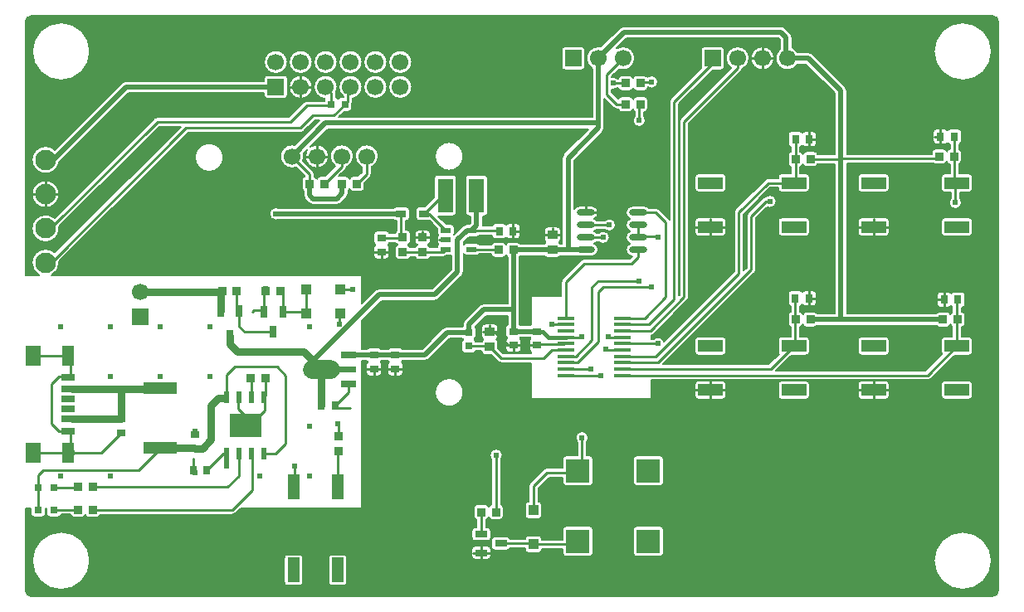
<source format=gtl>
G04 Layer: TopLayer*
G04 EasyEDA Pro v2.1.33.40dfc3d9.d6468c, 2023-10-26 17:41:14*
G04 Gerber Generator version 0.3*
G04 Scale: 100 percent, Rotated: No, Reflected: No*
G04 Dimensions in millimeters*
G04 Leading zeros omitted, absolute positions, 3 integers and 3 decimals*
%FSLAX33Y33*%
%MOMM*%
%ADD8191C,0.203*%
%ADD10C,0.254*%
%ADD11O,1.742X0.364*%
%ADD12R,0.9X0.8*%
%ADD13R,1.7X1.7*%
%ADD14C,1.7*%
%ADD15R,0.7X1.25*%
%ADD16R,0.806X0.864*%
%ADD17R,0.7046X1.25*%
%ADD18R,0.7X1.25*%
%ADD19R,0.806X0.864*%
%ADD20R,0.864X0.806*%
%ADD21R,1.2X2.5*%
%ADD22R,1.575X0.672*%
%ADD23R,1.0X0.6*%
%ADD24R,1.6X3.5*%
%ADD25R,0.8X0.9*%
%ADD26R,0.864X0.806*%
%ADD27R,1.7X1.7*%
%ADD28R,0.762X0.762*%
%ADD29R,0.98X0.93*%
%ADD30O,1.865X0.63*%
%ADD31R,0.98X0.93*%
%ADD32R,0.762X0.762*%
%ADD33R,2.5X1.2*%
%ADD34R,0.8X0.9*%
%ADD35R,1.4X0.8*%
%ADD36R,1.2X2.1*%
%ADD37R,1.6X2.1*%
%ADD38R,2.4X2.4*%
%ADD39R,1.25X0.7*%
%ADD40R,1.0X0.75*%
%ADD41R,0.6X1.2*%
%ADD42R,3.3X2.4*%
%ADD43R,1.1X1.0*%
%ADD44R,1.0X1.1*%
%ADD45R,3.456X1.283*%
%ADD46R,0.8X0.8*%
%ADD47R,0.9X0.8*%
%ADD48C,2.1*%
%ADD49C,0.61*%
%ADD50C,0.61*%
%ADD51C,0.762*%
%ADD52C,0.508*%
%ADD53C,0.381*%
G75*


G04 Copper Start*
G36*
G01X1000Y-59642D02*
G02X358Y-59000I0J642D01*
G01Y-50648D01*
G01X906D01*
G01Y-51195D01*
G03X1264Y-51553I358J0D01*
G01X2064D01*
G03X2422Y-51195I0J358D01*
G01Y-50648D01*
G01X2506D01*
G01Y-51190D01*
G03X2864Y-51548I358J0D01*
G01X3664D01*
G03X4012Y-51275I0J358D01*
G01X4965D01*
G03X5320Y-51590I356J43D01*
G01X6127D01*
G03X6477Y-51307I0J358D01*
G03X6827Y-51590I350J75D01*
G01X7634D01*
G03X7988Y-51285I0J358D01*
G01X21463D01*
G03X21806Y-51143I0J485D01*
G01X22301Y-50648D01*
G01X34544D01*
G03X34646Y-50546I0J102D01*
G01Y-35581D01*
G01X35190D01*
G03X35295Y-35687I301J194D01*
G03X35133Y-35987I196J-300D01*
G01Y-36787D01*
G03X35491Y-37145I358J0D01*
G01X36391D01*
G03X36749Y-36787I0J358D01*
G01Y-35987D01*
G03X36587Y-35687I-358J0D01*
G03X36692Y-35581I-196J300D01*
G01X37349D01*
G03X37454Y-35687I301J194D01*
G03X37292Y-35987I196J-300D01*
G01Y-36787D01*
G03X37650Y-37145I358J0D01*
G01X38550D01*
G03X38908Y-36787I0J358D01*
G01Y-35987D01*
G03X38746Y-35687I-358J0D01*
G03X38839Y-35599I-196J300D01*
G01X41086D01*
G03X41519Y-35420I0J612D01*
G01X43624Y-33315D01*
G01X44940D01*
G03X45035Y-33394I274J231D01*
G03X44854Y-33706I177J-312D01*
G01Y-34468D01*
G03X45212Y-34826I358J0D01*
G01X45974D01*
G03X46317Y-34572I0J358D01*
G01X46904D01*
G01Y-34636D01*
G03X47262Y-34994I358J0D01*
G01X47889D01*
G01X48544Y-35649D01*
G03X48887Y-35791I343J343D01*
G01X51968D01*
G01Y-39370D01*
G03X52070Y-39472I102J0D01*
G01X64135D01*
G03X64237Y-39370I0J102D01*
G01Y-37565D01*
G01X92390D01*
G03X92733Y-37423I0J485D01*
G01X95126Y-35030D01*
G01X96648D01*
G03X97006Y-34672I0J358D01*
G01Y-33472D01*
G03X96648Y-33114I-358J0D01*
G01X95883D01*
G01Y-32159D01*
G01X95899D01*
G03X96257Y-31801I0J358D01*
G01Y-30937D01*
G03X95899Y-30579I-358J0D01*
G01X95883D01*
G01Y-30145D01*
G01X95913D01*
G03X96271Y-29787I0J358D01*
G01Y-28887D01*
G03X95913Y-28529I-358J0D01*
G01X95113D01*
G03X94813Y-28691I0J-358D01*
G03X94513Y-28529I-300J-196D01*
G01X93713D01*
G03X93355Y-28887I0J-358D01*
G01Y-29787D01*
G03X93713Y-30145I358J0D01*
G01X94513D01*
G03X94813Y-29983I0J358D01*
G03X94913Y-30084I300J196D01*
G01Y-30627D01*
G03X94742Y-30862I180J-310D01*
G03X94392Y-30579I-350J-75D01*
G01X93585D01*
G03X93276Y-30757I0J-358D01*
G01X84178D01*
G01Y-15426D01*
G01X92960D01*
G03X93204Y-15522I245J262D01*
G01X94011D01*
G03X94361Y-15239I0J358D01*
G03X94692Y-15522I350J75D01*
G01Y-16463D01*
G01X94148D01*
G03X93790Y-16821I0J-358D01*
G01Y-18021D01*
G03X94148Y-18379I358J0D01*
G01X94765D01*
G01Y-18979D01*
G03X94587Y-19431I485J-452D01*
G03X95250Y-20094I663J0D01*
G03X95913Y-19431I0J663D01*
G03X95735Y-18979I-663J0D01*
G01Y-18379D01*
G01X96648D01*
G03X97006Y-18021I0J358D01*
G01Y-16821D01*
G03X96648Y-16463I-358J0D01*
G01X95662D01*
G01Y-15492D01*
G03X95876Y-15164I-145J328D01*
G01Y-14300D01*
G03X95662Y-13972I-358J0D01*
G01Y-13484D01*
G03X95890Y-13150I-130J334D01*
G01Y-12250D01*
G03X95532Y-11892I-358J0D01*
G01X94732D01*
G03X94432Y-12054I0J-358D01*
G03X94132Y-11892I-300J-196D01*
G01X93332D01*
G03X92974Y-12250I0J-358D01*
G01Y-13150D01*
G03X93332Y-13508I358J0D01*
G01X94132D01*
G03X94432Y-13346I0J358D01*
G03X94692Y-13506I300J196D01*
G01Y-13942D01*
G03X94361Y-14225I19J-358D01*
G03X94011Y-13942I-350J-75D01*
G01X93204D01*
G03X92846Y-14300I0J-358D01*
G01Y-14455D01*
G01X84178D01*
G01Y-8001D01*
G03X83999Y-7568I-612J0D01*
G01X80697Y-4266D01*
G03X80264Y-4087I-433J-433D01*
G01X79147D01*
G03X78590Y-3593I-1042J-612D01*
G01Y-2540D01*
G03X78411Y-2107I-612J0D01*
G01X77903Y-1599D01*
G03X77470Y-1420I-433J-433D01*
G01X61468D01*
G03X61035Y-1599I0J-612D01*
G01X59105Y-3530D01*
G03X58801Y-3491I-304J-1169D01*
G03X57593Y-4699I0J-1208D01*
G03X58181Y-5736I1208J0D01*
G01Y-10694D01*
G01X32348D01*
G01X32903Y-10139D01*
G01X33337D01*
G01X33338D01*
G03X33696Y-9781I0J358D01*
G01Y-9322D01*
G03X33759Y-9082I-422J240D01*
G01Y-8806D01*
G03X34736Y-7620I-231J1186D01*
G03X33528Y-6412I-1208J0D01*
G03X32320Y-7620I0J-1208D01*
G03X32789Y-8576I1208J0D01*
G01Y-8660D01*
G01X32576D01*
G03X32265Y-8840I0J-358D01*
G03X32057Y-8674I-312J-177D01*
G01Y-8204D01*
G01Y-8183D01*
G03X32196Y-7620I-1069J563D01*
G03X30988Y-6412I-1208J0D01*
G03X29780Y-7620I0J-1208D01*
G03X30889Y-8824I1208J0D01*
G03X30833Y-9017I302J-193D01*
G01Y-9040D01*
G01X29083D01*
G03X28740Y-9182I0J-485D01*
G01X27231Y-10691D01*
G01X13843D01*
G03X13500Y-10833I0J-485D01*
G01X3331Y-21002D01*
G03X2413Y-20662I-918J-1068D01*
G03X1005Y-22070I0J-1408D01*
G03X2413Y-23478I1408J0D01*
G03X3821Y-22070I0J1408D01*
G03X3810Y-21895I-1408J0D01*
G01X14044Y-11661D01*
G01X16228D01*
G01X3361Y-24528D01*
G03X2413Y-24162I-948J-1042D01*
G03X1005Y-25570I0J-1408D01*
G03X1769Y-26822I1408J0D01*
G01X358D01*
G01Y-1000D01*
G02X1000Y-358I642J0D01*
G01X99000D01*
G02X99642Y-1000I0J-642D01*
G01Y-59000D01*
G02X99000Y-59642I-642J0D01*
G01X1000D01*
G37*
%LPC*%
G36*
G01X1005Y-15070D02*
G03X2413Y-16478I1408J0D01*
G03X3790Y-15363I0J1408D01*
G01X10922Y-8232D01*
G01X24700D01*
G01Y-8470D01*
G03X25058Y-8828I358J0D01*
G01X26758D01*
G03X27116Y-8470I0J358D01*
G01Y-6770D01*
G03X26758Y-6412I-358J0D01*
G01X25058D01*
G03X24700Y-6770I0J-358D01*
G01Y-7008D01*
G01X10668D01*
G03X10235Y-7187I0J-612D01*
G01X3378Y-14044D01*
G03X2413Y-13662I-965J-1026D01*
G03X1005Y-15070I0J-1408D01*
G37*
G36*
G01X51339Y-51393D02*
G03X51697Y-51751I358J0D01*
G01X52697D01*
G03X53055Y-51393I0J358D01*
G01Y-50293D01*
G03X52697Y-49935I-358J0D01*
G01X52682D01*
G01Y-48588D01*
G01X53795Y-47475D01*
G01X55167D01*
G01Y-48019D01*
G03X55525Y-48377I358J0D01*
G01X57925D01*
G03X58283Y-48019I0J358D01*
G01Y-45619D01*
G03X57925Y-45261I-358J0D01*
G01X57635D01*
G01Y-43886D01*
G03X57813Y-43434I-485J452D01*
G03X57150Y-42771I-663J0D01*
G03X56487Y-43434I0J-663D01*
G03X56665Y-43886I663J0D01*
G01Y-45261D01*
G01X55525D01*
G03X55167Y-45619I0J-358D01*
G01Y-46505D01*
G01X53594D01*
G03X53251Y-46647I0J-485D01*
G01X51854Y-48044D01*
G03X51712Y-48387I343J-343D01*
G01Y-49935D01*
G01X51697D01*
G03X51339Y-50293I0J-358D01*
G01Y-51393D01*
G37*
G36*
G01X4000Y-58958D02*
G03X6958Y-56000I0J2958D01*
G03X4000Y-53042I-2958J0D01*
G03X1042Y-56000I0J-2958D01*
G03X4000Y-58958I2958J0D01*
G37*
G36*
G01X4000Y-6958D02*
G03X6958Y-4000I0J2958D01*
G03X4000Y-1042I-2958J0D01*
G03X1042Y-4000I0J-2958D01*
G03X4000Y-6958I2958J0D01*
G37*
G36*
G01X93042Y-56000D02*
G03X96000Y-58958I2958J0D01*
G03X98958Y-56000I0J2958D01*
G03X96000Y-53042I-2958J0D01*
G03X93042Y-56000I0J-2958D01*
G37*
G36*
G01X93042Y-4000D02*
G03X96000Y-6958I2958J0D01*
G03X98958Y-4000I0J2958D01*
G03X96000Y-1042I-2958J0D01*
G03X93042Y-4000I0J-2958D01*
G37*
G36*
G01X55167Y-55219D02*
G03X55525Y-55577I358J0D01*
G01X57925D01*
G03X58283Y-55219I0J358D01*
G01Y-52819D01*
G03X57925Y-52461I-358J0D01*
G01X55525D01*
G03X55167Y-52819I0J-358D01*
G01Y-53828D01*
G01X53055D01*
G01Y-53763D01*
G03X52697Y-53405I-358J0D01*
G01X51697D01*
G03X51339Y-53744I0J-358D01*
G01X49836D01*
G03X49504Y-53521I-332J-135D01*
G01X48254D01*
G03X47896Y-53879I0J-358D01*
G01Y-54579D01*
G03X48254Y-54937I358J0D01*
G01X49504D01*
G03X49836Y-54714I0J358D01*
G01X51339D01*
G01Y-54863D01*
G03X51697Y-55221I358J0D01*
G01X52697D01*
G03X53055Y-54863I0J358D01*
G01Y-54798D01*
G01X55167D01*
G01Y-55219D01*
G37*
G36*
G01X45896Y-53629D02*
G03X46254Y-53987I358J0D01*
G01X47504D01*
G03X47862Y-53629I0J358D01*
G01Y-52929D01*
G03X47504Y-52571I-358J0D01*
G01X47364D01*
G01Y-51809D01*
G03X47625Y-51537I-89J347D01*
G03X47975Y-51820I350J75D01*
G01X48782D01*
G03X49140Y-51462I0J358D01*
G01Y-50598D01*
G03X48872Y-50251I-358J0D01*
G01Y-45664D01*
G03X49050Y-45212I-485J452D01*
G03X48387Y-44549I-663J0D01*
G03X47724Y-45212I0J-663D01*
G03X47902Y-45664I663J0D01*
G01Y-50247D01*
G03X47625Y-50523I73J-351D01*
G03X47275Y-50240I-350J-75D01*
G01X46468D01*
G03X46110Y-50598I0J-358D01*
G01Y-51462D01*
G03X46394Y-51812I358J0D01*
G01Y-52571D01*
G01X46254D01*
G03X45896Y-52929I0J-358D01*
G01Y-53629D01*
G37*
G36*
G01X65125Y-48377D02*
G03X65483Y-48019I0J358D01*
G01Y-45619D01*
G03X65125Y-45261I-358J0D01*
G01X62725D01*
G03X62367Y-45619I0J-358D01*
G01Y-48019D01*
G03X62725Y-48377I358J0D01*
G01X65125D01*
G37*
G36*
G01X65125Y-55577D02*
G03X65483Y-55219I0J358D01*
G01Y-52819D01*
G03X65125Y-52460I-358J0D01*
G01X62725D01*
G03X62367Y-52819I0J-358D01*
G01Y-55219D01*
G03X62725Y-55577I358J0D01*
G01X65125D01*
G37*
G36*
G01X42136Y-38810D02*
G03X43594Y-40269I1458J0D01*
G03X45052Y-38810I0J1458D01*
G03X43594Y-37352I-1458J0D01*
G03X42136Y-38810I0J-1458D01*
G37*
G36*
G01X1005Y-18570D02*
G03X2413Y-19978I1408J0D01*
G03X3821Y-18570I0J1408D01*
G03X2413Y-17162I-1408J0D01*
G03X1005Y-18570I0J-1408D01*
G37*
G36*
G01X88148Y-18379D02*
G03X88506Y-18021I0J358D01*
G01Y-16821D01*
G03X88148Y-16463I-358J0D01*
G01X85648D01*
G03X85290Y-16821I0J-358D01*
G01Y-18021D01*
G03X85648Y-18379I358J0D01*
G01X88148D01*
G37*
G36*
G01X93790Y-39172D02*
G03X94148Y-39530I358J0D01*
G01X96648D01*
G03X97006Y-39172I0J358D01*
G01Y-37972D01*
G03X96648Y-37614I-358J0D01*
G01X94148D01*
G03X93790Y-37972I0J-358D01*
G01Y-39172D01*
G37*
G36*
G01X88148Y-22879D02*
G03X88506Y-22521I0J358D01*
G01Y-21321D01*
G03X88148Y-20963I-358J0D01*
G01X85648D01*
G03X85290Y-21321I0J-358D01*
G01Y-22521D01*
G03X85648Y-22879I358J0D01*
G01X88148D01*
G37*
G36*
G01X93790Y-22521D02*
G03X94148Y-22879I358J0D01*
G01X96648D01*
G03X97006Y-22521I0J358D01*
G01Y-21321D01*
G03X96648Y-20963I-358J0D01*
G01X94148D01*
G03X93790Y-21321I0J-358D01*
G01Y-22521D01*
G37*
G36*
G01X88148Y-39530D02*
G03X88506Y-39172I0J358D01*
G01Y-37972D01*
G03X88148Y-37614I-358J0D01*
G01X85648D01*
G03X85290Y-37972I0J-358D01*
G01Y-39172D01*
G03X85648Y-39530I358J0D01*
G01X88148D01*
G37*
G36*
G01X68653Y-39172D02*
G03X69011Y-39530I358J0D01*
G01X71511D01*
G03X71869Y-39172I0J358D01*
G01Y-37972D01*
G03X71511Y-37614I-358J0D01*
G01X69011D01*
G03X68653Y-37972I0J-358D01*
G01Y-39172D01*
G37*
G36*
G01X28322Y-58563D02*
G03X28680Y-58205I0J358D01*
G01Y-55705D01*
G03X28322Y-55347I-358J0D01*
G01X27122D01*
G03X26764Y-55705I0J-358D01*
G01Y-58205D01*
G03X27122Y-58563I358J0D01*
G01X28322D01*
G37*
G36*
G01X80011Y-39530D02*
G03X80369Y-39172I0J358D01*
G01Y-37972D01*
G03X80011Y-37614I-358J0D01*
G01X77511D01*
G03X77153Y-37972I0J-358D01*
G01Y-39172D01*
G03X77511Y-39530I358J0D01*
G01X80011D01*
G37*
G36*
G01X31264Y-58205D02*
G03X31622Y-58563I358J0D01*
G01X32822D01*
G03X33180Y-58205I0J358D01*
G01Y-55705D01*
G03X32822Y-55347I-358J0D01*
G01X31622D01*
G03X31264Y-55705I0J-358D01*
G01Y-58205D01*
G37*
G36*
G01X55053Y-5549D02*
G03X55411Y-5907I358J0D01*
G01X57111D01*
G03X57469Y-5549I0J358D01*
G01Y-3849D01*
G03X57111Y-3491I-358J0D01*
G01X55411D01*
G03X55053Y-3849I0J-358D01*
G01Y-5549D01*
G37*
G36*
G01X38608Y-6288D02*
G03X39816Y-5080I0J1208D01*
G03X38608Y-3872I-1208J0D01*
G03X37400Y-5080I0J-1208D01*
G03X38608Y-6288I1208J0D01*
G37*
G36*
G01X27240Y-7620D02*
G03X28448Y-8828I1208J0D01*
G03X29656Y-7620I0J1208D01*
G03X28448Y-6412I-1208J0D01*
G03X27240Y-7620I0J-1208D01*
G37*
G36*
G01X36068Y-8828D02*
G03X37276Y-7620I0J1208D01*
G03X36068Y-6412I-1208J0D01*
G03X34860Y-7620I0J-1208D01*
G03X36068Y-8828I1208J0D01*
G37*
G36*
G01X37400Y-7620D02*
G03X38608Y-8828I1208J0D01*
G03X39816Y-7620I0J1208D01*
G03X38608Y-6412I-1208J0D01*
G03X37400Y-7620I0J-1208D01*
G37*
G36*
G01X30988Y-6288D02*
G03X32196Y-5080I0J1208D01*
G03X30988Y-3872I-1208J0D01*
G03X29780Y-5080I0J-1208D01*
G03X30988Y-6288I1208J0D01*
G37*
G36*
G01X25908Y-6288D02*
G03X27116Y-5080I0J1208D01*
G03X25908Y-3872I-1208J0D01*
G03X24700Y-5080I0J-1208D01*
G03X25908Y-6288I1208J0D01*
G37*
G36*
G01X34860Y-5080D02*
G03X36068Y-6288I1208J0D01*
G03X37276Y-5080I0J1208D01*
G03X36068Y-3872I-1208J0D01*
G03X34860Y-5080I0J-1208D01*
G37*
G36*
G01X27240Y-5080D02*
G03X28448Y-6288I1208J0D01*
G03X29656Y-5080I0J1208D01*
G03X28448Y-3872I-1208J0D01*
G03X27240Y-5080I0J-1208D01*
G37*
G36*
G01X32320Y-5080D02*
G03X33528Y-6288I1208J0D01*
G03X34736Y-5080I0J1208D01*
G03X33528Y-3872I-1208J0D01*
G03X32320Y-5080I0J-1208D01*
G37*
G36*
G01X47504Y-55887D02*
G03X47862Y-55529I0J358D01*
G01Y-54829D01*
G03X47504Y-54471I-358J0D01*
G01X46254D01*
G03X45896Y-54829I0J-358D01*
G01Y-55529D01*
G03X46254Y-55887I358J0D01*
G01X47504D01*
G37*
%LPD*%
G36*
G01X34646Y-29766D02*
G01X34646Y-26924D01*
G03X34544Y-26822I-102J0D01*
G01X3057D01*
G03X3821Y-25570I-644J1252D01*
G03X3816Y-25445I-1408J0D01*
G01X16965Y-12296D01*
G01X28448D01*
G03X28791Y-12154I0J485D01*
G01X29919Y-11026D01*
G01X30383D01*
G01X27866Y-13543D01*
G03X27563Y-13504I-304J-1169D01*
G03X26355Y-14712I0J-1208D01*
G03X27563Y-15920I1208J0D01*
G03X28002Y-15837I0J1208D01*
G01X28860Y-16696D01*
G01Y-16745D01*
G03X28584Y-17094I82J-349D01*
G01Y-17958D01*
G03X28733Y-18249I358J0D01*
G01Y-18678D01*
G03X28913Y-19110I612J0D01*
G01X29285Y-19483D01*
G03X29718Y-19662I433J433D01*
G01X32131D01*
G03X32564Y-19483I0J612D01*
G01X33118Y-18928D01*
G03X33298Y-18496I-433J433D01*
G01Y-18249D01*
G03X33439Y-18033I-209J291D01*
G03X33789Y-18316I350J75D01*
G01X34595D01*
G03X34954Y-17958I0J358D01*
G01Y-17451D01*
G01X35526Y-16879D01*
G03X35668Y-16536I-343J343D01*
G01Y-15818D01*
G03X36391Y-14712I-485J1106D01*
G03X35183Y-13504I-1208J0D01*
G03X33975Y-14712I0J-1208D01*
G03X34698Y-15818I1208J0D01*
G01Y-16335D01*
G01X34296Y-16736D01*
G01X33789D01*
G03X33439Y-17019I0J-358D01*
G03X33089Y-16736I-350J-75D01*
G01X32329D01*
G01X32986Y-16079D01*
G03X33120Y-15822I-343J343D01*
G03X33851Y-14712I-477J1110D01*
G03X32643Y-13504I-1208J0D01*
G03X31435Y-14712I0J-1208D01*
G03X31974Y-15718I1208J0D01*
G01X30956Y-16736D01*
G01X30449D01*
G03X30099Y-17019I0J-358D01*
G03X29831Y-16745I-350J-75D01*
G01Y-16495D01*
G03X29689Y-16152I-485J0D01*
G01X28688Y-15151D01*
G03X28771Y-14712I-1125J439D01*
G03X28732Y-14408I-1208J0D01*
G01X29095Y-14045D01*
G03X28895Y-14712I1007J-667D01*
G03X30103Y-15920I1208J0D01*
G03X31311Y-14712I0J1208D01*
G03X30103Y-13504I-1208J0D01*
G03X29436Y-13705I0J-1208D01*
G01X31222Y-11918D01*
G01X57828D01*
G01X55294Y-14452D01*
G03X55115Y-14885I433J-433D01*
G01Y-23645D01*
G01X54938D01*
G03X54803Y-23495I-323J-155D01*
G03X54974Y-23190I-188J305D01*
G01Y-22260D01*
G03X54615Y-21902I-358J0D01*
G01X53635D01*
G03X53277Y-22260I0J-358D01*
G01Y-23190D01*
G03X53448Y-23495I358J0D01*
G03X53313Y-23645I188J-305D01*
G01X50869D01*
G03X50560Y-23467I-310J-180D01*
G01X49753D01*
G03X49403Y-23750I0J-358D01*
G03X49053Y-23467I-350J-75D01*
G01X48246D01*
G03X47909Y-23706I0J-358D01*
G01X46684D01*
G03X46377Y-23533I-307J-185D01*
G01X45377D01*
G03X45062Y-23720I0J-358D01*
G01Y-23495D01*
G01X45608Y-22949D01*
G01X46377D01*
G03X46684Y-22776I0J358D01*
G01X47945D01*
G01Y-22802D01*
G03X48303Y-23160I358J0D01*
G01X49103D01*
G03X49403Y-22998I0J358D01*
G03X49703Y-23160I300J196D01*
G01X50503D01*
G03X50861Y-22802I0J358D01*
G01Y-21902D01*
G03X50503Y-21544I-358J0D01*
G01X49703D01*
G03X49403Y-21706I0J-358D01*
G03X49103Y-21544I-300J-196D01*
G01X48303D01*
G03X47958Y-21806I0J-358D01*
G01X47010D01*
G03X47011Y-21769I-611J37D01*
G01Y-20814D01*
G01X47199D01*
G03X47557Y-20456I0J358D01*
G01Y-16956D01*
G03X47199Y-16597I-358J0D01*
G01X45599D01*
G03X45241Y-16956I0J-358D01*
G01Y-20456D01*
G03X45599Y-20814I358J0D01*
G01X45787D01*
G01Y-21516D01*
G01X45670Y-21633D01*
G01X45377D01*
G03X45111Y-21751I0J-358D01*
G03X44967Y-21858I289J-540D01*
G01X44114Y-22711D01*
G03X44135Y-22591I-337J120D01*
G01Y-21991D01*
G03X43777Y-21633I-358J0D01*
G01X43305D01*
G01X42486Y-20814D01*
G01X43999D01*
G03X44357Y-20456I0J358D01*
G01Y-16956D01*
G03X43999Y-16597I-358J0D01*
G01X42398D01*
G03X42040Y-16956I0J-358D01*
G01Y-18898D01*
G01X41098Y-19841D01*
G01X40551D01*
G03X40192Y-20199I0J-358D01*
G01Y-20949D01*
G03X40551Y-21307I358J0D01*
G01X41551D01*
G03X41603Y-21303I0J358D01*
G01X42419Y-22119D01*
G01Y-22591D01*
G03X42464Y-22766I358J0D01*
G03X42419Y-22941I312J-175D01*
G01Y-23541D01*
G03X42464Y-23716I358J0D01*
G03X42419Y-23891I312J-175D01*
G01Y-24017D01*
G01X41675D01*
G03X41401Y-23749I-349J-82D01*
G03X41684Y-23399I-75J350D01*
G01Y-22592D01*
G03X41326Y-22234I-358J0D01*
G01X40462D01*
G03X40104Y-22592I0J-358D01*
G01Y-23399D01*
G03X40387Y-23749I358J0D01*
G03X40113Y-24017I75J-350D01*
G01X39643D01*
G03X39369Y-23749I-349J-82D01*
G03X39652Y-23399I-75J350D01*
G01Y-22592D01*
G03X39294Y-22234I-358J0D01*
G01X39191D01*
G01Y-21307D01*
G01X39205D01*
G03X39564Y-20949I0J358D01*
G01Y-20199D01*
G03X39205Y-19841I-358J0D01*
G01X38205D01*
G03X37937Y-19962I0J-358D01*
G01X26163D01*
G03X25908Y-19911I-255J-612D01*
G03X25245Y-20574I0J-663D01*
G03X25908Y-21237I663J0D01*
G03X26163Y-21186I0J663D01*
G01X37937D01*
G03X38205Y-21307I268J237D01*
G01X38220D01*
G01Y-22302D01*
G03X38073Y-22564I210J-290D01*
G01X37501D01*
G03X37153Y-22291I-348J-85D01*
G01X36253D01*
G03X35895Y-22649I0J-358D01*
G01Y-23449D01*
G03X36057Y-23749I358J0D01*
G03X35895Y-24049I196J-300D01*
G01Y-24849D01*
G03X36253Y-25207I358J0D01*
G01X37153D01*
G03X37511Y-24849I0J358D01*
G01Y-24049D01*
G03X37349Y-23749I-358J0D01*
G03X37501Y-23534I-196J300D01*
G01X38098D01*
G03X38355Y-23749I332J135D01*
G03X38072Y-24099I75J-350D01*
G01Y-24906D01*
G03X38430Y-25264I358J0D01*
G01X39294D01*
G03X39643Y-24988I0J358D01*
G01X40113D01*
G03X40462Y-25264I349J82D01*
G01X41326D01*
G03X41675Y-24988I0J358D01*
G01X42965D01*
G03X43305Y-24849I0J485D01*
G01X43777D01*
G03X43838Y-24844I0J358D01*
G01Y-26289D01*
G01X41910Y-28217D01*
G01X36449D01*
G03X36016Y-28396I0J-612D01*
G01X34646Y-29766D01*
G37*
%LPC*%
G36*
G01X19106Y-16285D02*
G03X20564Y-14827I0J1458D01*
G03X19106Y-13369I-1458J0D01*
G03X17648Y-14827I0J-1458D01*
G03X19106Y-16285I1458J0D01*
G37*
G36*
G01X43594Y-16164D02*
G03X45052Y-14706I0J1458D01*
G03X43594Y-13248I-1458J0D01*
G03X42136Y-14706I0J-1458D01*
G03X43594Y-16164I1458J0D01*
G37*
%LPD*%
G36*
G01X42938Y-32270D02*
G01X40832Y-34375D01*
G01X38839D01*
G03X38550Y-34229I-289J-212D01*
G01X37650D01*
G03X37376Y-34357I0J-358D01*
G01X36665D01*
G03X36391Y-34229I-274J-230D01*
G01X35491D01*
G03X35217Y-34357I0J-358D01*
G01X34646D01*
G01Y-31498D01*
G01X36703Y-29441D01*
G01X42164D01*
G03X42597Y-29262I0J612D01*
G01X44883Y-26976D01*
G03X45062Y-26543I-433J433D01*
G01Y-24661D01*
G03X45377Y-24849I315J170D01*
G01X46377D01*
G03X46684Y-24676I0J358D01*
G01X47888D01*
G01Y-24689D01*
G03X48246Y-25047I358J0D01*
G01X49053D01*
G03X49403Y-24764I0J358D01*
G03X49553Y-24986I350J75D01*
G01Y-29741D01*
G01X47117D01*
G03X46684Y-29920I0J-612D01*
G01X45162Y-31443D01*
G03X44982Y-31875I433J-433D01*
G01Y-32048D01*
G03X44940Y-32090I231J-274D01*
G01X43371D01*
G03X42938Y-32270I0J-612D01*
G37*
G36*
G01X51968Y-34695D02*
G01X51968Y-34821D01*
G01X49088D01*
G01X48600Y-34333D01*
G01Y-33706D01*
G03X48430Y-33401I-358J0D01*
G03X48600Y-33096I-188J305D01*
G01Y-32166D01*
G03X48242Y-31808I-358J0D01*
G01X47262D01*
G03X46904Y-32166I0J-358D01*
G01Y-33096D01*
G03X47074Y-33401I358J0D01*
G03X46919Y-33602I188J-305D01*
G01X46317D01*
G03X46152Y-33395I-343J-104D01*
G03X46334Y-33083I-177J312D01*
G01Y-32322D01*
G01Y-32321D01*
G03X46247Y-32088I-358J0D01*
G01X47371Y-30965D01*
G01X49553D01*
G01Y-31855D01*
G03X49357Y-32174I162J-319D01*
G01Y-32974D01*
G03X49519Y-33274I358J0D01*
G03X49357Y-33574I196J-300D01*
G01Y-34374D01*
G03X49715Y-34732I358J0D01*
G01X50615D01*
G03X50973Y-34374I0J358D01*
G01Y-33574D01*
G03X50811Y-33274I-358J0D01*
G03X50904Y-33186I-196J300D01*
G01X51839D01*
G03X51932Y-33274I289J212D01*
G03X51770Y-33574I196J-300D01*
G01Y-34374D01*
G03X51968Y-34695I358J0D01*
G37*
G36*
G01X65524Y-33612D02*
G03X64897Y-33166I-627J-217D01*
G03X64445Y-33344I0J-663D01*
G01X64237D01*
G01Y-33000D01*
G03X64461Y-32872I-119J470D01*
G01X67907Y-29426D01*
G03X68049Y-29083I-343J343D01*
G01Y-11377D01*
G01X73368Y-6058D01*
G03X73501Y-5809I-343J343D01*
G03X74233Y-4699I-476J1110D01*
G03X73025Y-3491I-1208J0D01*
G03X71817Y-4699I0J-1208D01*
G03X72352Y-5702I1208J0D01*
G01X67221Y-10833D01*
G03X67079Y-11176I343J-343D01*
G01Y-28882D01*
G01X67033Y-28928D01*
G01Y-9345D01*
G01X70471Y-5907D01*
G01X71335D01*
G03X71693Y-5549I0J358D01*
G01Y-3849D01*
G03X71335Y-3491I-358J0D01*
G01X69635D01*
G03X69277Y-3849I0J-358D01*
G01Y-5549D01*
G03X69309Y-5697I358J0D01*
G01X66205Y-8801D01*
G03X66063Y-9144I343J-343D01*
G01Y-21194D01*
G03X66002Y-21120I-404J-269D01*
G01X64986Y-20104D01*
G03X64643Y-19962I-343J-343D01*
G01X63990D01*
G03X63520Y-19770I-470J-482D01*
G01X62285D01*
G03X61612Y-20444I0J-673D01*
G03X62062Y-21079I673J0D01*
G03X61612Y-21714I223J-635D01*
G03X62062Y-22349I673J0D01*
G03X61612Y-22984I223J-635D01*
G03X62062Y-23619I673J0D01*
G03X61612Y-24254I223J-635D01*
G03X62281Y-24927I673J0D01*
G01X62038Y-25169D01*
G01X57404D01*
G03X57061Y-25311I0J-485D01*
G01X55179Y-27192D01*
G03X55037Y-27536I343J-343D01*
G01Y-28981D01*
G01X52070D01*
G03X51968Y-29083I0J-102D01*
G01Y-31853D01*
G03X51839Y-31962I160J-320D01*
G01X50904D01*
G03X50777Y-31855I-289J-212D01*
G01Y-30342D01*
G01Y-24974D01*
G03X50869Y-24869I-218J285D01*
G01X53305D01*
G03X53635Y-25088I330J139D01*
G01X54615D01*
G03X54945Y-24869I0J358D01*
G01X55727D01*
G01X56648D01*
G03X56920Y-24927I272J616D01*
G01X58155D01*
G03X58828Y-24254I0J673D01*
G03X58378Y-23619I-673J0D01*
G03X58622Y-23469I-223J635D01*
G01X58857D01*
G03X59309Y-23647I452J485D01*
G03X59972Y-22984I0J663D01*
G03X59309Y-22320I-663J0D01*
G03X58857Y-22498I0J-663D01*
G01X58622D01*
G03X58378Y-22349I-467J-485D01*
G03X58622Y-22199I-223J635D01*
G01X59488D01*
G03X59944Y-22380I456J482D01*
G03X60607Y-21717I0J663D01*
G03X59944Y-21054I-663J0D01*
G03X59496Y-21228I0J-663D01*
G01X58622D01*
G03X58378Y-21079I-467J-485D01*
G03X58828Y-20444I-223J635D01*
G03X58155Y-19770I-673J0D01*
G01X56920D01*
G03X56339Y-20103I0J-673D01*
G01Y-15138D01*
G01X59226Y-12252D01*
G03X59405Y-11819I-433J433D01*
G01Y-11306D01*
G01Y-8783D01*
G01X60363Y-9741D01*
G03X60706Y-9883I343J343D01*
G01X60846D01*
G03X61200Y-10188I354J53D01*
G01X62007D01*
G03X62357Y-9905I0J358D01*
G03X62507Y-10127I350J75D01*
G01Y-10597D01*
G03X62329Y-11049I485J-452D01*
G03X62992Y-11712I663J0D01*
G03X63655Y-11049I0J663D01*
G03X63477Y-10597I-663J0D01*
G01Y-10188D01*
G01X63514D01*
G03X63872Y-9830I0J358D01*
G01Y-8966D01*
G03X63514Y-8608I-358J0D01*
G01X62707D01*
G03X62357Y-8891I0J-358D01*
G03X62007Y-8608I-350J-75D01*
G01X61200D01*
G03X60857Y-8863I0J-358D01*
G01X60175Y-8181D01*
G01Y-7885D01*
G03X60325Y-7902I150J646D01*
G03X60777Y-7724I0J663D01*
G01X60846D01*
G03X61200Y-8029I354J53D01*
G01X62007D01*
G03X62357Y-7746I0J358D01*
G03X62707Y-8029I350J75D01*
G01X63514D01*
G03X63872Y-7671I0J358D01*
G01Y-7648D01*
G03X64262Y-7775I390J536D01*
G03X64925Y-7112I0J663D01*
G03X64262Y-6449I-663J0D01*
G03X63818Y-6619I0J-663D01*
G03X63514Y-6449I-305J-188D01*
G01X62707D01*
G03X62357Y-6732I0J-358D01*
G03X62007Y-6449I-350J-75D01*
G01X61200D01*
G03X60846Y-6754I0J-358D01*
G01X60777D01*
G03X60325Y-6576I-452J-485D01*
G03X60175Y-6593I0J-663D01*
G01Y-6551D01*
G01X60902Y-5824D01*
G03X61341Y-5907I439J1125D01*
G03X62549Y-4699I0J1208D01*
G03X61341Y-3491I-1208J0D01*
G03X60674Y-3692I0J-1208D01*
G01X61722Y-2644D01*
G01X77216D01*
G01X77366Y-2794D01*
G01Y-3743D01*
G03X76897Y-4699I739J-956D01*
G03X78105Y-5907I1208J0D01*
G03X79147Y-5311I0J1208D01*
G01X80010D01*
G01X82954Y-8255D01*
G01Y-14501D01*
G01X81203D01*
G03X80849Y-14196I-354J-53D01*
G01X80043D01*
G03X79692Y-14479I0J-358D01*
G03X79414Y-14203I-350J-75D01*
G01Y-13752D01*
G03X79629Y-13600I-85J348D01*
G03X79929Y-13762I300J196D01*
G01X80729D01*
G03X81087Y-13404I0J358D01*
G01Y-12504D01*
G03X80729Y-12146I-358J0D01*
G01X79929D01*
G03X79629Y-12308I0J-358D01*
G03X79329Y-12146I-300J-196D01*
G01X78529D01*
G03X78171Y-12504I0J-358D01*
G01Y-13404D01*
G03X78444Y-13752I358J0D01*
G01Y-14208D01*
G03X78178Y-14554I92J-346D01*
G01Y-15418D01*
G03X78444Y-15764I358J0D01*
G01Y-16463D01*
G01X77511D01*
G03X77153Y-16821I0J-358D01*
G01Y-16936D01*
G01X76178D01*
G03X75835Y-17078I0J-485D01*
G01X72809Y-20104D01*
G03X72667Y-20447I343J-343D01*
G01Y-26469D01*
G01X65524Y-33612D01*
G37*
%LPC*%
G36*
G01X68653Y-22521D02*
G03X69011Y-22879I358J0D01*
G01X71511D01*
G03X71869Y-22521I0J358D01*
G01Y-21321D01*
G03X71511Y-20963I-358J0D01*
G01X69011D01*
G03X68653Y-21321I0J-358D01*
G01Y-22521D01*
G37*
G36*
G01X71511Y-18379D02*
G03X71869Y-18021I0J358D01*
G01Y-16821D01*
G03X71511Y-16463I-358J0D01*
G01X69011D01*
G03X68653Y-16821I0J-358D01*
G01Y-18021D01*
G03X69011Y-18379I358J0D01*
G01X71511D01*
G37*
G36*
G01X74357Y-4699D02*
G03X75565Y-5907I1208J0D01*
G03X76773Y-4699I0J1208D01*
G03X75565Y-3491I-1208J0D01*
G03X74357Y-4699I0J-1208D01*
G37*
%LPD*%
G36*
G01X77240Y-34906D02*
G01X76202Y-35944D01*
G01X65453D01*
G01X74765Y-26632D01*
G03X74907Y-26289I-343J343D01*
G01Y-21029D01*
G01X76036Y-19900D01*
G03X76327Y-19967I291J596D01*
G03X76990Y-19304I0J663D01*
G03X76327Y-18641I-663J0D01*
G03X75868Y-18825I0J-663D01*
G03X75603Y-18961I78J-479D01*
G01X74079Y-20485D01*
G03X73937Y-20828I343J-343D01*
G01Y-26088D01*
G01X73637Y-26388D01*
G01Y-20648D01*
G01X76379Y-17906D01*
G01X77153D01*
G01Y-18021D01*
G03X77511Y-18379I358J0D01*
G01X80011D01*
G03X80369Y-18021I0J358D01*
G01Y-16821D01*
G03X80011Y-16463I-358J0D01*
G01X79414D01*
G01Y-15769D01*
G03X79692Y-15493I-72J351D01*
G03X80043Y-15776I350J75D01*
G01X80849D01*
G03X81203Y-15471I0J358D01*
G01X82954D01*
G01Y-30757D01*
G01X81159D01*
G03X80849Y-30579I-310J-180D01*
G01X80043D01*
G03X79692Y-30862I0J-358D01*
G03X79406Y-30585I-350J-75D01*
G01Y-30008D01*
G03X79621Y-29856I-85J348D01*
G03X79921Y-30018I300J196D01*
G01X80721D01*
G03X81079Y-29660I0J358D01*
G01Y-28760D01*
G03X80721Y-28402I-358J0D01*
G01X79921D01*
G03X79621Y-28564I0J-358D01*
G03X79321Y-28402I-300J-196D01*
G01X78521D01*
G03X78163Y-28760I0J-358D01*
G01Y-29660D01*
G03X78436Y-30008I358J0D01*
G01Y-30593D01*
G03X78178Y-30937I100J-344D01*
G01Y-31801D01*
G03X78436Y-32145I358J0D01*
G01Y-33114D01*
G01X77511D01*
G03X77153Y-33472I0J-358D01*
G01Y-34672D01*
G03X77240Y-34906I358J0D01*
G37*
%LPC*%
G36*
G01X71511Y-35030D02*
G03X71869Y-34672I0J358D01*
G01Y-33472D01*
G03X71511Y-33114I-358J0D01*
G01X69011D01*
G03X68653Y-33472I0J-358D01*
G01Y-34672D01*
G03X69011Y-35030I358J0D01*
G01X71511D01*
G37*
G36*
G01X77153Y-22521D02*
G03X77511Y-22879I358J0D01*
G01X80011D01*
G03X80369Y-22521I0J358D01*
G01Y-21321D01*
G03X80011Y-20963I-358J0D01*
G01X77511D01*
G03X77153Y-21321I0J-358D01*
G01Y-22521D01*
G37*
%LPD*%
G36*
G01X76924Y-36594D02*
G01X78489Y-35030D01*
G01X80011D01*
G03X80369Y-34672I0J358D01*
G01Y-33472D01*
G03X80011Y-33114I-358J0D01*
G01X79406D01*
G01Y-32153D01*
G03X79692Y-31876I-64J352D01*
G03X80043Y-32159I350J75D01*
G01X80849D01*
G03X81159Y-31981I0J358D01*
G01X83566D01*
G01X93276D01*
G03X93585Y-32159I310J180D01*
G01X94392D01*
G03X94742Y-31876I0J358D01*
G03X94913Y-32111I350J75D01*
G01Y-33114D01*
G01X94148D01*
G03X93790Y-33472I0J-358D01*
G01Y-34672D01*
G03X93877Y-34906I358J0D01*
G01X92189Y-36594D01*
G01X76924D01*
G37*
%LPC*%
G36*
G01X88148Y-35030D02*
G03X88506Y-34672I0J358D01*
G01Y-33472D01*
G03X88148Y-33114I-358J0D01*
G01X85648D01*
G03X85290Y-33472I0J-358D01*
G01Y-34672D01*
G03X85648Y-35030I358J0D01*
G01X88148D01*
G37*
%LPD*%
G54D8191*
G01X1000Y-59642D02*
G02X358Y-59000I0J642D01*
G01Y-50648D01*
G01X906D01*
G01Y-51195D01*
G03X1264Y-51553I358J0D01*
G01X2064D01*
G03X2422Y-51195I0J358D01*
G01Y-50648D01*
G01X2506D01*
G01Y-51190D01*
G03X2864Y-51548I358J0D01*
G01X3664D01*
G03X4012Y-51275I0J358D01*
G01X4965D01*
G03X5320Y-51590I356J43D01*
G01X6127D01*
G03X6477Y-51307I0J358D01*
G03X6827Y-51590I350J75D01*
G01X7634D01*
G03X7988Y-51285I0J358D01*
G01X21463D01*
G03X21806Y-51143I0J485D01*
G01X22301Y-50648D01*
G01X34544D01*
G03X34646Y-50546I0J102D01*
G01Y-35581D01*
G01X35190D01*
G03X35295Y-35687I301J194D01*
G03X35133Y-35987I196J-300D01*
G01Y-36787D01*
G03X35491Y-37145I358J0D01*
G01X36391D01*
G03X36749Y-36787I0J358D01*
G01Y-35987D01*
G03X36587Y-35687I-358J0D01*
G03X36692Y-35581I-196J300D01*
G01X37349D01*
G03X37454Y-35687I301J194D01*
G03X37292Y-35987I196J-300D01*
G01Y-36787D01*
G03X37650Y-37145I358J0D01*
G01X38550D01*
G03X38908Y-36787I0J358D01*
G01Y-35987D01*
G03X38746Y-35687I-358J0D01*
G03X38839Y-35599I-196J300D01*
G01X41086D01*
G03X41519Y-35420I0J612D01*
G01X43624Y-33315D01*
G01X44940D01*
G03X45035Y-33394I274J231D01*
G03X44854Y-33706I177J-312D01*
G01Y-34468D01*
G03X45212Y-34826I358J0D01*
G01X45974D01*
G03X46317Y-34572I0J358D01*
G01X46904D01*
G01Y-34636D01*
G03X47262Y-34994I358J0D01*
G01X47889D01*
G01X48544Y-35649D01*
G03X48887Y-35791I343J343D01*
G01X51968D01*
G01Y-39370D01*
G03X52070Y-39472I102J0D01*
G01X64135D01*
G03X64237Y-39370I0J102D01*
G01Y-37565D01*
G01X92390D01*
G03X92733Y-37423I0J485D01*
G01X95126Y-35030D01*
G01X96648D01*
G03X97006Y-34672I0J358D01*
G01Y-33472D01*
G03X96648Y-33114I-358J0D01*
G01X95883D01*
G01Y-32159D01*
G01X95899D01*
G03X96257Y-31801I0J358D01*
G01Y-30937D01*
G03X95899Y-30579I-358J0D01*
G01X95883D01*
G01Y-30145D01*
G01X95913D01*
G03X96271Y-29787I0J358D01*
G01Y-28887D01*
G03X95913Y-28529I-358J0D01*
G01X95113D01*
G03X94813Y-28691I0J-358D01*
G03X94513Y-28529I-300J-196D01*
G01X93713D01*
G03X93355Y-28887I0J-358D01*
G01Y-29787D01*
G03X93713Y-30145I358J0D01*
G01X94513D01*
G03X94813Y-29983I0J358D01*
G03X94913Y-30084I300J196D01*
G01Y-30627D01*
G03X94742Y-30862I180J-310D01*
G03X94392Y-30579I-350J-75D01*
G01X93585D01*
G03X93276Y-30757I0J-358D01*
G01X84178D01*
G01Y-15426D01*
G01X92960D01*
G03X93204Y-15522I245J262D01*
G01X94011D01*
G03X94361Y-15239I0J358D01*
G03X94692Y-15522I350J75D01*
G01Y-16463D01*
G01X94148D01*
G03X93790Y-16821I0J-358D01*
G01Y-18021D01*
G03X94148Y-18379I358J0D01*
G01X94765D01*
G01Y-18979D01*
G03X94587Y-19431I485J-452D01*
G03X95250Y-20094I663J0D01*
G03X95913Y-19431I0J663D01*
G03X95735Y-18979I-663J0D01*
G01Y-18379D01*
G01X96648D01*
G03X97006Y-18021I0J358D01*
G01Y-16821D01*
G03X96648Y-16463I-358J0D01*
G01X95662D01*
G01Y-15492D01*
G03X95876Y-15164I-145J328D01*
G01Y-14300D01*
G03X95662Y-13972I-358J0D01*
G01Y-13484D01*
G03X95890Y-13150I-130J334D01*
G01Y-12250D01*
G03X95532Y-11892I-358J0D01*
G01X94732D01*
G03X94432Y-12054I0J-358D01*
G03X94132Y-11892I-300J-196D01*
G01X93332D01*
G03X92974Y-12250I0J-358D01*
G01Y-13150D01*
G03X93332Y-13508I358J0D01*
G01X94132D01*
G03X94432Y-13346I0J358D01*
G03X94692Y-13506I300J196D01*
G01Y-13942D01*
G03X94361Y-14225I19J-358D01*
G03X94011Y-13942I-350J-75D01*
G01X93204D01*
G03X92846Y-14300I0J-358D01*
G01Y-14455D01*
G01X84178D01*
G01Y-8001D01*
G03X83999Y-7568I-612J0D01*
G01X80697Y-4266D01*
G03X80264Y-4087I-433J-433D01*
G01X79147D01*
G03X78590Y-3593I-1042J-612D01*
G01Y-2540D01*
G03X78411Y-2107I-612J0D01*
G01X77903Y-1599D01*
G03X77470Y-1420I-433J-433D01*
G01X61468D01*
G03X61035Y-1599I0J-612D01*
G01X59105Y-3530D01*
G03X58801Y-3491I-304J-1169D01*
G03X57593Y-4699I0J-1208D01*
G03X58181Y-5736I1208J0D01*
G01Y-10694D01*
G01X32348D01*
G01X32903Y-10139D01*
G01X33337D01*
G01X33338D01*
G03X33696Y-9781I0J358D01*
G01Y-9322D01*
G03X33759Y-9082I-422J240D01*
G01Y-8806D01*
G03X34736Y-7620I-231J1186D01*
G03X33528Y-6412I-1208J0D01*
G03X32320Y-7620I0J-1208D01*
G03X32789Y-8576I1208J0D01*
G01Y-8660D01*
G01X32576D01*
G03X32265Y-8840I0J-358D01*
G03X32057Y-8674I-312J-177D01*
G01Y-8204D01*
G01Y-8183D01*
G03X32196Y-7620I-1069J563D01*
G03X30988Y-6412I-1208J0D01*
G03X29780Y-7620I0J-1208D01*
G03X30889Y-8824I1208J0D01*
G03X30833Y-9017I302J-193D01*
G01Y-9040D01*
G01X29083D01*
G03X28740Y-9182I0J-485D01*
G01X27231Y-10691D01*
G01X13843D01*
G03X13500Y-10833I0J-485D01*
G01X3331Y-21002D01*
G03X2413Y-20662I-918J-1068D01*
G03X1005Y-22070I0J-1408D01*
G03X2413Y-23478I1408J0D01*
G03X3821Y-22070I0J1408D01*
G03X3810Y-21895I-1408J0D01*
G01X14044Y-11661D01*
G01X16228D01*
G01X3361Y-24528D01*
G03X2413Y-24162I-948J-1042D01*
G03X1005Y-25570I0J-1408D01*
G03X1769Y-26822I1408J0D01*
G01X358D01*
G01Y-1000D01*
G02X1000Y-358I642J0D01*
G01X99000D01*
G02X99642Y-1000I0J-642D01*
G01Y-59000D01*
G02X99000Y-59642I-642J0D01*
G01X1000D01*
G01X1005Y-15070D02*
G03X2413Y-16478I1408J0D01*
G03X3790Y-15363I0J1408D01*
G01X10922Y-8232D01*
G01X24700D01*
G01Y-8470D01*
G03X25058Y-8828I358J0D01*
G01X26758D01*
G03X27116Y-8470I0J358D01*
G01Y-6770D01*
G03X26758Y-6412I-358J0D01*
G01X25058D01*
G03X24700Y-6770I0J-358D01*
G01Y-7008D01*
G01X10668D01*
G03X10235Y-7187I0J-612D01*
G01X3378Y-14044D01*
G03X2413Y-13662I-965J-1026D01*
G03X1005Y-15070I0J-1408D01*
G01X51339Y-51393D02*
G03X51697Y-51751I358J0D01*
G01X52697D01*
G03X53055Y-51393I0J358D01*
G01Y-50293D01*
G03X52697Y-49935I-358J0D01*
G01X52682D01*
G01Y-48588D01*
G01X53795Y-47475D01*
G01X55167D01*
G01Y-48019D01*
G03X55525Y-48377I358J0D01*
G01X57925D01*
G03X58283Y-48019I0J358D01*
G01Y-45619D01*
G03X57925Y-45261I-358J0D01*
G01X57635D01*
G01Y-43886D01*
G03X57813Y-43434I-485J452D01*
G03X57150Y-42771I-663J0D01*
G03X56487Y-43434I0J-663D01*
G03X56665Y-43886I663J0D01*
G01Y-45261D01*
G01X55525D01*
G03X55167Y-45619I0J-358D01*
G01Y-46505D01*
G01X53594D01*
G03X53251Y-46647I0J-485D01*
G01X51854Y-48044D01*
G03X51712Y-48387I343J-343D01*
G01Y-49935D01*
G01X51697D01*
G03X51339Y-50293I0J-358D01*
G01Y-51393D01*
G01X4000Y-58958D02*
G03X6958Y-56000I0J2958D01*
G03X4000Y-53042I-2958J0D01*
G03X1042Y-56000I0J-2958D01*
G03X4000Y-58958I2958J0D01*
G01X4000Y-6958D02*
G03X6958Y-4000I0J2958D01*
G03X4000Y-1042I-2958J0D01*
G03X1042Y-4000I0J-2958D01*
G03X4000Y-6958I2958J0D01*
G01X93042Y-56000D02*
G03X96000Y-58958I2958J0D01*
G03X98958Y-56000I0J2958D01*
G03X96000Y-53042I-2958J0D01*
G03X93042Y-56000I0J-2958D01*
G01X93042Y-4000D02*
G03X96000Y-6958I2958J0D01*
G03X98958Y-4000I0J2958D01*
G03X96000Y-1042I-2958J0D01*
G03X93042Y-4000I0J-2958D01*
G01X55167Y-55219D02*
G03X55525Y-55577I358J0D01*
G01X57925D01*
G03X58283Y-55219I0J358D01*
G01Y-52819D01*
G03X57925Y-52461I-358J0D01*
G01X55525D01*
G03X55167Y-52819I0J-358D01*
G01Y-53828D01*
G01X53055D01*
G01Y-53763D01*
G03X52697Y-53405I-358J0D01*
G01X51697D01*
G03X51339Y-53744I0J-358D01*
G01X49836D01*
G03X49504Y-53521I-332J-135D01*
G01X48254D01*
G03X47896Y-53879I0J-358D01*
G01Y-54579D01*
G03X48254Y-54937I358J0D01*
G01X49504D01*
G03X49836Y-54714I0J358D01*
G01X51339D01*
G01Y-54863D01*
G03X51697Y-55221I358J0D01*
G01X52697D01*
G03X53055Y-54863I0J358D01*
G01Y-54798D01*
G01X55167D01*
G01Y-55219D01*
G01X45896Y-53629D02*
G03X46254Y-53987I358J0D01*
G01X47504D01*
G03X47862Y-53629I0J358D01*
G01Y-52929D01*
G03X47504Y-52571I-358J0D01*
G01X47364D01*
G01Y-51809D01*
G03X47625Y-51537I-89J347D01*
G03X47975Y-51820I350J75D01*
G01X48782D01*
G03X49140Y-51462I0J358D01*
G01Y-50598D01*
G03X48872Y-50251I-358J0D01*
G01Y-45664D01*
G03X49050Y-45212I-485J452D01*
G03X48387Y-44549I-663J0D01*
G03X47724Y-45212I0J-663D01*
G03X47902Y-45664I663J0D01*
G01Y-50247D01*
G03X47625Y-50523I73J-351D01*
G03X47275Y-50240I-350J-75D01*
G01X46468D01*
G03X46110Y-50598I0J-358D01*
G01Y-51462D01*
G03X46394Y-51812I358J0D01*
G01Y-52571D01*
G01X46254D01*
G03X45896Y-52929I0J-358D01*
G01Y-53629D01*
G01X65125Y-48377D02*
G03X65483Y-48019I0J358D01*
G01Y-45619D01*
G03X65125Y-45261I-358J0D01*
G01X62725D01*
G03X62367Y-45619I0J-358D01*
G01Y-48019D01*
G03X62725Y-48377I358J0D01*
G01X65125D01*
G01X65125Y-55577D02*
G03X65483Y-55219I0J358D01*
G01Y-52819D01*
G03X65125Y-52460I-358J0D01*
G01X62725D01*
G03X62367Y-52819I0J-358D01*
G01Y-55219D01*
G03X62725Y-55577I358J0D01*
G01X65125D01*
G01X42136Y-38810D02*
G03X43594Y-40269I1458J0D01*
G03X45052Y-38810I0J1458D01*
G03X43594Y-37352I-1458J0D01*
G03X42136Y-38810I0J-1458D01*
G01X1005Y-18570D02*
G03X2413Y-19978I1408J0D01*
G03X3821Y-18570I0J1408D01*
G03X2413Y-17162I-1408J0D01*
G03X1005Y-18570I0J-1408D01*
G01X88148Y-18379D02*
G03X88506Y-18021I0J358D01*
G01Y-16821D01*
G03X88148Y-16463I-358J0D01*
G01X85648D01*
G03X85290Y-16821I0J-358D01*
G01Y-18021D01*
G03X85648Y-18379I358J0D01*
G01X88148D01*
G01X93790Y-39172D02*
G03X94148Y-39530I358J0D01*
G01X96648D01*
G03X97006Y-39172I0J358D01*
G01Y-37972D01*
G03X96648Y-37614I-358J0D01*
G01X94148D01*
G03X93790Y-37972I0J-358D01*
G01Y-39172D01*
G01X88148Y-22879D02*
G03X88506Y-22521I0J358D01*
G01Y-21321D01*
G03X88148Y-20963I-358J0D01*
G01X85648D01*
G03X85290Y-21321I0J-358D01*
G01Y-22521D01*
G03X85648Y-22879I358J0D01*
G01X88148D01*
G01X93790Y-22521D02*
G03X94148Y-22879I358J0D01*
G01X96648D01*
G03X97006Y-22521I0J358D01*
G01Y-21321D01*
G03X96648Y-20963I-358J0D01*
G01X94148D01*
G03X93790Y-21321I0J-358D01*
G01Y-22521D01*
G01X88148Y-39530D02*
G03X88506Y-39172I0J358D01*
G01Y-37972D01*
G03X88148Y-37614I-358J0D01*
G01X85648D01*
G03X85290Y-37972I0J-358D01*
G01Y-39172D01*
G03X85648Y-39530I358J0D01*
G01X88148D01*
G01X68653Y-39172D02*
G03X69011Y-39530I358J0D01*
G01X71511D01*
G03X71869Y-39172I0J358D01*
G01Y-37972D01*
G03X71511Y-37614I-358J0D01*
G01X69011D01*
G03X68653Y-37972I0J-358D01*
G01Y-39172D01*
G01X28322Y-58563D02*
G03X28680Y-58205I0J358D01*
G01Y-55705D01*
G03X28322Y-55347I-358J0D01*
G01X27122D01*
G03X26764Y-55705I0J-358D01*
G01Y-58205D01*
G03X27122Y-58563I358J0D01*
G01X28322D01*
G01X80011Y-39530D02*
G03X80369Y-39172I0J358D01*
G01Y-37972D01*
G03X80011Y-37614I-358J0D01*
G01X77511D01*
G03X77153Y-37972I0J-358D01*
G01Y-39172D01*
G03X77511Y-39530I358J0D01*
G01X80011D01*
G01X31264Y-58205D02*
G03X31622Y-58563I358J0D01*
G01X32822D01*
G03X33180Y-58205I0J358D01*
G01Y-55705D01*
G03X32822Y-55347I-358J0D01*
G01X31622D01*
G03X31264Y-55705I0J-358D01*
G01Y-58205D01*
G01X55053Y-5549D02*
G03X55411Y-5907I358J0D01*
G01X57111D01*
G03X57469Y-5549I0J358D01*
G01Y-3849D01*
G03X57111Y-3491I-358J0D01*
G01X55411D01*
G03X55053Y-3849I0J-358D01*
G01Y-5549D01*
G01X38608Y-6288D02*
G03X39816Y-5080I0J1208D01*
G03X38608Y-3872I-1208J0D01*
G03X37400Y-5080I0J-1208D01*
G03X38608Y-6288I1208J0D01*
G01X27240Y-7620D02*
G03X28448Y-8828I1208J0D01*
G03X29656Y-7620I0J1208D01*
G03X28448Y-6412I-1208J0D01*
G03X27240Y-7620I0J-1208D01*
G01X36068Y-8828D02*
G03X37276Y-7620I0J1208D01*
G03X36068Y-6412I-1208J0D01*
G03X34860Y-7620I0J-1208D01*
G03X36068Y-8828I1208J0D01*
G01X37400Y-7620D02*
G03X38608Y-8828I1208J0D01*
G03X39816Y-7620I0J1208D01*
G03X38608Y-6412I-1208J0D01*
G03X37400Y-7620I0J-1208D01*
G01X30988Y-6288D02*
G03X32196Y-5080I0J1208D01*
G03X30988Y-3872I-1208J0D01*
G03X29780Y-5080I0J-1208D01*
G03X30988Y-6288I1208J0D01*
G01X25908Y-6288D02*
G03X27116Y-5080I0J1208D01*
G03X25908Y-3872I-1208J0D01*
G03X24700Y-5080I0J-1208D01*
G03X25908Y-6288I1208J0D01*
G01X34860Y-5080D02*
G03X36068Y-6288I1208J0D01*
G03X37276Y-5080I0J1208D01*
G03X36068Y-3872I-1208J0D01*
G03X34860Y-5080I0J-1208D01*
G01X27240Y-5080D02*
G03X28448Y-6288I1208J0D01*
G03X29656Y-5080I0J1208D01*
G03X28448Y-3872I-1208J0D01*
G03X27240Y-5080I0J-1208D01*
G01X32320Y-5080D02*
G03X33528Y-6288I1208J0D01*
G03X34736Y-5080I0J1208D01*
G03X33528Y-3872I-1208J0D01*
G03X32320Y-5080I0J-1208D01*
G01X47504Y-55887D02*
G03X47862Y-55529I0J358D01*
G01Y-54829D01*
G03X47504Y-54471I-358J0D01*
G01X46254D01*
G03X45896Y-54829I0J-358D01*
G01Y-55529D01*
G03X46254Y-55887I358J0D01*
G01X47504D01*
G01X34646Y-29766D02*
G01X34646Y-26924D01*
G03X34544Y-26822I-102J0D01*
G01X3057D01*
G03X3821Y-25570I-644J1252D01*
G03X3816Y-25445I-1408J0D01*
G01X16965Y-12296D01*
G01X28448D01*
G03X28791Y-12154I0J485D01*
G01X29919Y-11026D01*
G01X30383D01*
G01X27866Y-13543D01*
G03X27563Y-13504I-304J-1169D01*
G03X26355Y-14712I0J-1208D01*
G03X27563Y-15920I1208J0D01*
G03X28002Y-15837I0J1208D01*
G01X28860Y-16696D01*
G01Y-16745D01*
G03X28584Y-17094I82J-349D01*
G01Y-17958D01*
G03X28733Y-18249I358J0D01*
G01Y-18678D01*
G03X28913Y-19110I612J0D01*
G01X29285Y-19483D01*
G03X29718Y-19662I433J433D01*
G01X32131D01*
G03X32564Y-19483I0J612D01*
G01X33118Y-18928D01*
G03X33298Y-18496I-433J433D01*
G01Y-18249D01*
G03X33439Y-18033I-209J291D01*
G03X33789Y-18316I350J75D01*
G01X34595D01*
G03X34954Y-17958I0J358D01*
G01Y-17451D01*
G01X35526Y-16879D01*
G03X35668Y-16536I-343J343D01*
G01Y-15818D01*
G03X36391Y-14712I-485J1106D01*
G03X35183Y-13504I-1208J0D01*
G03X33975Y-14712I0J-1208D01*
G03X34698Y-15818I1208J0D01*
G01Y-16335D01*
G01X34296Y-16736D01*
G01X33789D01*
G03X33439Y-17019I0J-358D01*
G03X33089Y-16736I-350J-75D01*
G01X32329D01*
G01X32986Y-16079D01*
G03X33120Y-15822I-343J343D01*
G03X33851Y-14712I-477J1110D01*
G03X32643Y-13504I-1208J0D01*
G03X31435Y-14712I0J-1208D01*
G03X31974Y-15718I1208J0D01*
G01X30956Y-16736D01*
G01X30449D01*
G03X30099Y-17019I0J-358D01*
G03X29831Y-16745I-350J-75D01*
G01Y-16495D01*
G03X29689Y-16152I-485J0D01*
G01X28688Y-15151D01*
G03X28771Y-14712I-1125J439D01*
G03X28732Y-14408I-1208J0D01*
G01X29095Y-14045D01*
G03X28895Y-14712I1007J-667D01*
G03X30103Y-15920I1208J0D01*
G03X31311Y-14712I0J1208D01*
G03X30103Y-13504I-1208J0D01*
G03X29436Y-13705I0J-1208D01*
G01X31222Y-11918D01*
G01X57828D01*
G01X55294Y-14452D01*
G03X55115Y-14885I433J-433D01*
G01Y-23645D01*
G01X54938D01*
G03X54803Y-23495I-323J-155D01*
G03X54974Y-23190I-188J305D01*
G01Y-22260D01*
G03X54615Y-21902I-358J0D01*
G01X53635D01*
G03X53277Y-22260I0J-358D01*
G01Y-23190D01*
G03X53448Y-23495I358J0D01*
G03X53313Y-23645I188J-305D01*
G01X50869D01*
G03X50560Y-23467I-310J-180D01*
G01X49753D01*
G03X49403Y-23750I0J-358D01*
G03X49053Y-23467I-350J-75D01*
G01X48246D01*
G03X47909Y-23706I0J-358D01*
G01X46684D01*
G03X46377Y-23533I-307J-185D01*
G01X45377D01*
G03X45062Y-23720I0J-358D01*
G01Y-23495D01*
G01X45608Y-22949D01*
G01X46377D01*
G03X46684Y-22776I0J358D01*
G01X47945D01*
G01Y-22802D01*
G03X48303Y-23160I358J0D01*
G01X49103D01*
G03X49403Y-22998I0J358D01*
G03X49703Y-23160I300J196D01*
G01X50503D01*
G03X50861Y-22802I0J358D01*
G01Y-21902D01*
G03X50503Y-21544I-358J0D01*
G01X49703D01*
G03X49403Y-21706I0J-358D01*
G03X49103Y-21544I-300J-196D01*
G01X48303D01*
G03X47958Y-21806I0J-358D01*
G01X47010D01*
G03X47011Y-21769I-611J37D01*
G01Y-20814D01*
G01X47199D01*
G03X47557Y-20456I0J358D01*
G01Y-16956D01*
G03X47199Y-16597I-358J0D01*
G01X45599D01*
G03X45241Y-16956I0J-358D01*
G01Y-20456D01*
G03X45599Y-20814I358J0D01*
G01X45787D01*
G01Y-21516D01*
G01X45670Y-21633D01*
G01X45377D01*
G03X45111Y-21751I0J-358D01*
G03X44967Y-21858I289J-540D01*
G01X44114Y-22711D01*
G03X44135Y-22591I-337J120D01*
G01Y-21991D01*
G03X43777Y-21633I-358J0D01*
G01X43305D01*
G01X42486Y-20814D01*
G01X43999D01*
G03X44357Y-20456I0J358D01*
G01Y-16956D01*
G03X43999Y-16597I-358J0D01*
G01X42398D01*
G03X42040Y-16956I0J-358D01*
G01Y-18898D01*
G01X41098Y-19841D01*
G01X40551D01*
G03X40192Y-20199I0J-358D01*
G01Y-20949D01*
G03X40551Y-21307I358J0D01*
G01X41551D01*
G03X41603Y-21303I0J358D01*
G01X42419Y-22119D01*
G01Y-22591D01*
G03X42464Y-22766I358J0D01*
G03X42419Y-22941I312J-175D01*
G01Y-23541D01*
G03X42464Y-23716I358J0D01*
G03X42419Y-23891I312J-175D01*
G01Y-24017D01*
G01X41675D01*
G03X41401Y-23749I-349J-82D01*
G03X41684Y-23399I-75J350D01*
G01Y-22592D01*
G03X41326Y-22234I-358J0D01*
G01X40462D01*
G03X40104Y-22592I0J-358D01*
G01Y-23399D01*
G03X40387Y-23749I358J0D01*
G03X40113Y-24017I75J-350D01*
G01X39643D01*
G03X39369Y-23749I-349J-82D01*
G03X39652Y-23399I-75J350D01*
G01Y-22592D01*
G03X39294Y-22234I-358J0D01*
G01X39191D01*
G01Y-21307D01*
G01X39205D01*
G03X39564Y-20949I0J358D01*
G01Y-20199D01*
G03X39205Y-19841I-358J0D01*
G01X38205D01*
G03X37937Y-19962I0J-358D01*
G01X26163D01*
G03X25908Y-19911I-255J-612D01*
G03X25245Y-20574I0J-663D01*
G03X25908Y-21237I663J0D01*
G03X26163Y-21186I0J663D01*
G01X37937D01*
G03X38205Y-21307I268J237D01*
G01X38220D01*
G01Y-22302D01*
G03X38073Y-22564I210J-290D01*
G01X37501D01*
G03X37153Y-22291I-348J-85D01*
G01X36253D01*
G03X35895Y-22649I0J-358D01*
G01Y-23449D01*
G03X36057Y-23749I358J0D01*
G03X35895Y-24049I196J-300D01*
G01Y-24849D01*
G03X36253Y-25207I358J0D01*
G01X37153D01*
G03X37511Y-24849I0J358D01*
G01Y-24049D01*
G03X37349Y-23749I-358J0D01*
G03X37501Y-23534I-196J300D01*
G01X38098D01*
G03X38355Y-23749I332J135D01*
G03X38072Y-24099I75J-350D01*
G01Y-24906D01*
G03X38430Y-25264I358J0D01*
G01X39294D01*
G03X39643Y-24988I0J358D01*
G01X40113D01*
G03X40462Y-25264I349J82D01*
G01X41326D01*
G03X41675Y-24988I0J358D01*
G01X42965D01*
G03X43305Y-24849I0J485D01*
G01X43777D01*
G03X43838Y-24844I0J358D01*
G01Y-26289D01*
G01X41910Y-28217D01*
G01X36449D01*
G03X36016Y-28396I0J-612D01*
G01X34646Y-29766D01*
G01X19106Y-16285D02*
G03X20564Y-14827I0J1458D01*
G03X19106Y-13369I-1458J0D01*
G03X17648Y-14827I0J-1458D01*
G03X19106Y-16285I1458J0D01*
G01X43594Y-16164D02*
G03X45052Y-14706I0J1458D01*
G03X43594Y-13248I-1458J0D01*
G03X42136Y-14706I0J-1458D01*
G03X43594Y-16164I1458J0D01*
G01X42938Y-32270D02*
G01X40832Y-34375D01*
G01X38839D01*
G03X38550Y-34229I-289J-212D01*
G01X37650D01*
G03X37376Y-34357I0J-358D01*
G01X36665D01*
G03X36391Y-34229I-274J-230D01*
G01X35491D01*
G03X35217Y-34357I0J-358D01*
G01X34646D01*
G01Y-31498D01*
G01X36703Y-29441D01*
G01X42164D01*
G03X42597Y-29262I0J612D01*
G01X44883Y-26976D01*
G03X45062Y-26543I-433J433D01*
G01Y-24661D01*
G03X45377Y-24849I315J170D01*
G01X46377D01*
G03X46684Y-24676I0J358D01*
G01X47888D01*
G01Y-24689D01*
G03X48246Y-25047I358J0D01*
G01X49053D01*
G03X49403Y-24764I0J358D01*
G03X49553Y-24986I350J75D01*
G01Y-29741D01*
G01X47117D01*
G03X46684Y-29920I0J-612D01*
G01X45162Y-31443D01*
G03X44982Y-31875I433J-433D01*
G01Y-32048D01*
G03X44940Y-32090I231J-274D01*
G01X43371D01*
G03X42938Y-32270I0J-612D01*
G01X51968Y-34695D02*
G01X51968Y-34821D01*
G01X49088D01*
G01X48600Y-34333D01*
G01Y-33706D01*
G03X48430Y-33401I-358J0D01*
G03X48600Y-33096I-188J305D01*
G01Y-32166D01*
G03X48242Y-31808I-358J0D01*
G01X47262D01*
G03X46904Y-32166I0J-358D01*
G01Y-33096D01*
G03X47074Y-33401I358J0D01*
G03X46919Y-33602I188J-305D01*
G01X46317D01*
G03X46152Y-33395I-343J-104D01*
G03X46334Y-33083I-177J312D01*
G01Y-32322D01*
G01Y-32321D01*
G03X46247Y-32088I-358J0D01*
G01X47371Y-30965D01*
G01X49553D01*
G01Y-31855D01*
G03X49357Y-32174I162J-319D01*
G01Y-32974D01*
G03X49519Y-33274I358J0D01*
G03X49357Y-33574I196J-300D01*
G01Y-34374D01*
G03X49715Y-34732I358J0D01*
G01X50615D01*
G03X50973Y-34374I0J358D01*
G01Y-33574D01*
G03X50811Y-33274I-358J0D01*
G03X50904Y-33186I-196J300D01*
G01X51839D01*
G03X51932Y-33274I289J212D01*
G03X51770Y-33574I196J-300D01*
G01Y-34374D01*
G03X51968Y-34695I358J0D01*
G01X65524Y-33612D02*
G03X64897Y-33166I-627J-217D01*
G03X64445Y-33344I0J-663D01*
G01X64237D01*
G01Y-33000D01*
G03X64461Y-32872I-119J470D01*
G01X67907Y-29426D01*
G03X68049Y-29083I-343J343D01*
G01Y-11377D01*
G01X73368Y-6058D01*
G03X73501Y-5809I-343J343D01*
G03X74233Y-4699I-476J1110D01*
G03X73025Y-3491I-1208J0D01*
G03X71817Y-4699I0J-1208D01*
G03X72352Y-5702I1208J0D01*
G01X67221Y-10833D01*
G03X67079Y-11176I343J-343D01*
G01Y-28882D01*
G01X67033Y-28928D01*
G01Y-9345D01*
G01X70471Y-5907D01*
G01X71335D01*
G03X71693Y-5549I0J358D01*
G01Y-3849D01*
G03X71335Y-3491I-358J0D01*
G01X69635D01*
G03X69277Y-3849I0J-358D01*
G01Y-5549D01*
G03X69309Y-5697I358J0D01*
G01X66205Y-8801D01*
G03X66063Y-9144I343J-343D01*
G01Y-21194D01*
G03X66002Y-21120I-404J-269D01*
G01X64986Y-20104D01*
G03X64643Y-19962I-343J-343D01*
G01X63990D01*
G03X63520Y-19770I-470J-482D01*
G01X62285D01*
G03X61612Y-20444I0J-673D01*
G03X62062Y-21079I673J0D01*
G03X61612Y-21714I223J-635D01*
G03X62062Y-22349I673J0D01*
G03X61612Y-22984I223J-635D01*
G03X62062Y-23619I673J0D01*
G03X61612Y-24254I223J-635D01*
G03X62281Y-24927I673J0D01*
G01X62038Y-25169D01*
G01X57404D01*
G03X57061Y-25311I0J-485D01*
G01X55179Y-27192D01*
G03X55037Y-27536I343J-343D01*
G01Y-28981D01*
G01X52070D01*
G03X51968Y-29083I0J-102D01*
G01Y-31853D01*
G03X51839Y-31962I160J-320D01*
G01X50904D01*
G03X50777Y-31855I-289J-212D01*
G01Y-30342D01*
G01Y-24974D01*
G03X50869Y-24869I-218J285D01*
G01X53305D01*
G03X53635Y-25088I330J139D01*
G01X54615D01*
G03X54945Y-24869I0J358D01*
G01X55727D01*
G01X56648D01*
G03X56920Y-24927I272J616D01*
G01X58155D01*
G03X58828Y-24254I0J673D01*
G03X58378Y-23619I-673J0D01*
G03X58622Y-23469I-223J635D01*
G01X58857D01*
G03X59309Y-23647I452J485D01*
G03X59972Y-22984I0J663D01*
G03X59309Y-22320I-663J0D01*
G03X58857Y-22498I0J-663D01*
G01X58622D01*
G03X58378Y-22349I-467J-485D01*
G03X58622Y-22199I-223J635D01*
G01X59488D01*
G03X59944Y-22380I456J482D01*
G03X60607Y-21717I0J663D01*
G03X59944Y-21054I-663J0D01*
G03X59496Y-21228I0J-663D01*
G01X58622D01*
G03X58378Y-21079I-467J-485D01*
G03X58828Y-20444I-223J635D01*
G03X58155Y-19770I-673J0D01*
G01X56920D01*
G03X56339Y-20103I0J-673D01*
G01Y-15138D01*
G01X59226Y-12252D01*
G03X59405Y-11819I-433J433D01*
G01Y-11306D01*
G01Y-8783D01*
G01X60363Y-9741D01*
G03X60706Y-9883I343J343D01*
G01X60846D01*
G03X61200Y-10188I354J53D01*
G01X62007D01*
G03X62357Y-9905I0J358D01*
G03X62507Y-10127I350J75D01*
G01Y-10597D01*
G03X62329Y-11049I485J-452D01*
G03X62992Y-11712I663J0D01*
G03X63655Y-11049I0J663D01*
G03X63477Y-10597I-663J0D01*
G01Y-10188D01*
G01X63514D01*
G03X63872Y-9830I0J358D01*
G01Y-8966D01*
G03X63514Y-8608I-358J0D01*
G01X62707D01*
G03X62357Y-8891I0J-358D01*
G03X62007Y-8608I-350J-75D01*
G01X61200D01*
G03X60857Y-8863I0J-358D01*
G01X60175Y-8181D01*
G01Y-7885D01*
G03X60325Y-7902I150J646D01*
G03X60777Y-7724I0J663D01*
G01X60846D01*
G03X61200Y-8029I354J53D01*
G01X62007D01*
G03X62357Y-7746I0J358D01*
G03X62707Y-8029I350J75D01*
G01X63514D01*
G03X63872Y-7671I0J358D01*
G01Y-7648D01*
G03X64262Y-7775I390J536D01*
G03X64925Y-7112I0J663D01*
G03X64262Y-6449I-663J0D01*
G03X63818Y-6619I0J-663D01*
G03X63514Y-6449I-305J-188D01*
G01X62707D01*
G03X62357Y-6732I0J-358D01*
G03X62007Y-6449I-350J-75D01*
G01X61200D01*
G03X60846Y-6754I0J-358D01*
G01X60777D01*
G03X60325Y-6576I-452J-485D01*
G03X60175Y-6593I0J-663D01*
G01Y-6551D01*
G01X60902Y-5824D01*
G03X61341Y-5907I439J1125D01*
G03X62549Y-4699I0J1208D01*
G03X61341Y-3491I-1208J0D01*
G03X60674Y-3692I0J-1208D01*
G01X61722Y-2644D01*
G01X77216D01*
G01X77366Y-2794D01*
G01Y-3743D01*
G03X76897Y-4699I739J-956D01*
G03X78105Y-5907I1208J0D01*
G03X79147Y-5311I0J1208D01*
G01X80010D01*
G01X82954Y-8255D01*
G01Y-14501D01*
G01X81203D01*
G03X80849Y-14196I-354J-53D01*
G01X80043D01*
G03X79692Y-14479I0J-358D01*
G03X79414Y-14203I-350J-75D01*
G01Y-13752D01*
G03X79629Y-13600I-85J348D01*
G03X79929Y-13762I300J196D01*
G01X80729D01*
G03X81087Y-13404I0J358D01*
G01Y-12504D01*
G03X80729Y-12146I-358J0D01*
G01X79929D01*
G03X79629Y-12308I0J-358D01*
G03X79329Y-12146I-300J-196D01*
G01X78529D01*
G03X78171Y-12504I0J-358D01*
G01Y-13404D01*
G03X78444Y-13752I358J0D01*
G01Y-14208D01*
G03X78178Y-14554I92J-346D01*
G01Y-15418D01*
G03X78444Y-15764I358J0D01*
G01Y-16463D01*
G01X77511D01*
G03X77153Y-16821I0J-358D01*
G01Y-16936D01*
G01X76178D01*
G03X75835Y-17078I0J-485D01*
G01X72809Y-20104D01*
G03X72667Y-20447I343J-343D01*
G01Y-26469D01*
G01X65524Y-33612D01*
G01X68653Y-22521D02*
G03X69011Y-22879I358J0D01*
G01X71511D01*
G03X71869Y-22521I0J358D01*
G01Y-21321D01*
G03X71511Y-20963I-358J0D01*
G01X69011D01*
G03X68653Y-21321I0J-358D01*
G01Y-22521D01*
G01X71511Y-18379D02*
G03X71869Y-18021I0J358D01*
G01Y-16821D01*
G03X71511Y-16463I-358J0D01*
G01X69011D01*
G03X68653Y-16821I0J-358D01*
G01Y-18021D01*
G03X69011Y-18379I358J0D01*
G01X71511D01*
G01X74357Y-4699D02*
G03X75565Y-5907I1208J0D01*
G03X76773Y-4699I0J1208D01*
G03X75565Y-3491I-1208J0D01*
G03X74357Y-4699I0J-1208D01*
G01X77240Y-34906D02*
G01X76202Y-35944D01*
G01X65453D01*
G01X74765Y-26632D01*
G03X74907Y-26289I-343J343D01*
G01Y-21029D01*
G01X76036Y-19900D01*
G03X76327Y-19967I291J596D01*
G03X76990Y-19304I0J663D01*
G03X76327Y-18641I-663J0D01*
G03X75868Y-18825I0J-663D01*
G03X75603Y-18961I78J-479D01*
G01X74079Y-20485D01*
G03X73937Y-20828I343J-343D01*
G01Y-26088D01*
G01X73637Y-26388D01*
G01Y-20648D01*
G01X76379Y-17906D01*
G01X77153D01*
G01Y-18021D01*
G03X77511Y-18379I358J0D01*
G01X80011D01*
G03X80369Y-18021I0J358D01*
G01Y-16821D01*
G03X80011Y-16463I-358J0D01*
G01X79414D01*
G01Y-15769D01*
G03X79692Y-15493I-72J351D01*
G03X80043Y-15776I350J75D01*
G01X80849D01*
G03X81203Y-15471I0J358D01*
G01X82954D01*
G01Y-30757D01*
G01X81159D01*
G03X80849Y-30579I-310J-180D01*
G01X80043D01*
G03X79692Y-30862I0J-358D01*
G03X79406Y-30585I-350J-75D01*
G01Y-30008D01*
G03X79621Y-29856I-85J348D01*
G03X79921Y-30018I300J196D01*
G01X80721D01*
G03X81079Y-29660I0J358D01*
G01Y-28760D01*
G03X80721Y-28402I-358J0D01*
G01X79921D01*
G03X79621Y-28564I0J-358D01*
G03X79321Y-28402I-300J-196D01*
G01X78521D01*
G03X78163Y-28760I0J-358D01*
G01Y-29660D01*
G03X78436Y-30008I358J0D01*
G01Y-30593D01*
G03X78178Y-30937I100J-344D01*
G01Y-31801D01*
G03X78436Y-32145I358J0D01*
G01Y-33114D01*
G01X77511D01*
G03X77153Y-33472I0J-358D01*
G01Y-34672D01*
G03X77240Y-34906I358J0D01*
G01X71511Y-35030D02*
G03X71869Y-34672I0J358D01*
G01Y-33472D01*
G03X71511Y-33114I-358J0D01*
G01X69011D01*
G03X68653Y-33472I0J-358D01*
G01Y-34672D01*
G03X69011Y-35030I358J0D01*
G01X71511D01*
G01X77153Y-22521D02*
G03X77511Y-22879I358J0D01*
G01X80011D01*
G03X80369Y-22521I0J358D01*
G01Y-21321D01*
G03X80011Y-20963I-358J0D01*
G01X77511D01*
G03X77153Y-21321I0J-358D01*
G01Y-22521D01*
G01X76924Y-36594D02*
G01X78489Y-35030D01*
G01X80011D01*
G03X80369Y-34672I0J358D01*
G01Y-33472D01*
G03X80011Y-33114I-358J0D01*
G01X79406D01*
G01Y-32153D01*
G03X79692Y-31876I-64J352D01*
G03X80043Y-32159I350J75D01*
G01X80849D01*
G03X81159Y-31981I0J358D01*
G01X83566D01*
G01X93276D01*
G03X93585Y-32159I310J180D01*
G01X94392D01*
G03X94742Y-31876I0J358D01*
G03X94913Y-32111I350J75D01*
G01Y-33114D01*
G01X94148D01*
G03X93790Y-33472I0J-358D01*
G01Y-34672D01*
G03X93877Y-34906I358J0D01*
G01X92189Y-36594D01*
G01X76924D01*
G01X88148Y-35030D02*
G03X88506Y-34672I0J358D01*
G01Y-33472D01*
G03X88148Y-33114I-358J0D01*
G01X85648D01*
G03X85290Y-33472I0J-358D01*
G01Y-34672D01*
G03X85648Y-35030I358J0D01*
G01X88148D01*
G54D10*
G01X38100Y-36387D02*
G01X38100Y-37046D01*
G01X38100Y-36387D02*
G01X37391Y-36387D01*
G01X38100Y-36387D02*
G01X38809Y-36387D01*
G01X35941Y-36387D02*
G01X35941Y-37046D01*
G01X35941Y-36387D02*
G01X35232Y-36387D01*
G01X35941Y-36387D02*
G01X36650Y-36387D01*
G01X36703Y-24449D02*
G01X36703Y-25108D01*
G01X36703Y-24449D02*
G01X35994Y-24449D01*
G01X36703Y-24449D02*
G01X37412Y-24449D01*
G01X46879Y-55179D02*
G01X47763Y-55179D01*
G01X46879Y-55179D02*
G01X45995Y-55179D01*
G01X46879Y-55179D02*
G01X46879Y-55788D01*
G01X46879Y-55179D02*
G01X46879Y-54570D01*
G01X43277Y-23241D02*
G01X42518Y-23241D01*
G01X40894Y-22996D02*
G01X40894Y-22333D01*
G01X40894Y-22996D02*
G01X41585Y-22996D01*
G01X40894Y-22996D02*
G01X40203Y-22996D01*
G01X47752Y-32631D02*
G01X47752Y-31907D01*
G01X47752Y-32631D02*
G01X48501Y-32631D01*
G01X47752Y-32631D02*
G01X47003Y-32631D01*
G01X54125Y-22725D02*
G01X54125Y-22001D01*
G01X54125Y-22725D02*
G01X53376Y-22725D01*
G01X54125Y-22725D02*
G01X54875Y-22725D01*
G01X50103Y-22352D02*
G01X50762Y-22352D01*
G01X50103Y-22352D02*
G01X50103Y-21643D01*
G01X50103Y-22352D02*
G01X50103Y-23061D01*
G01X57538Y-20444D02*
G01X57538Y-19869D01*
G01X57538Y-20444D02*
G01X58729Y-20444D01*
G01X50165Y-33974D02*
G01X50165Y-34633D01*
G01X50165Y-33974D02*
G01X49456Y-33974D01*
G01X50165Y-33974D02*
G01X50874Y-33974D01*
G01X70261Y-21921D02*
G01X68752Y-21921D01*
G01X70261Y-21921D02*
G01X71770Y-21921D01*
G01X70261Y-21921D02*
G01X70261Y-21062D01*
G01X70261Y-21921D02*
G01X70261Y-22780D01*
G01X70261Y-38572D02*
G01X68752Y-38572D01*
G01X70261Y-38572D02*
G01X71770Y-38572D01*
G01X70261Y-38572D02*
G01X70261Y-37713D01*
G01X70261Y-38572D02*
G01X70261Y-39431D01*
G01X80321Y-29210D02*
G01X80980Y-29210D01*
G01X80321Y-29210D02*
G01X80321Y-29919D01*
G01X80321Y-29210D02*
G01X80321Y-28501D01*
G01X80329Y-12954D02*
G01X80988Y-12954D01*
G01X80329Y-12954D02*
G01X80329Y-13663D01*
G01X80329Y-12954D02*
G01X80329Y-12245D01*
G01X86898Y-21921D02*
G01X85389Y-21921D01*
G01X86898Y-21921D02*
G01X88407Y-21921D01*
G01X86898Y-21921D02*
G01X86898Y-21062D01*
G01X86898Y-21921D02*
G01X86898Y-22780D01*
G01X86898Y-38572D02*
G01X85389Y-38572D01*
G01X86898Y-38572D02*
G01X88407Y-38572D01*
G01X86898Y-38572D02*
G01X86898Y-37713D01*
G01X86898Y-38572D02*
G01X86898Y-39431D01*
G01X93732Y-12700D02*
G01X93073Y-12700D01*
G01X93732Y-12700D02*
G01X93732Y-11991D01*
G01X93732Y-12700D02*
G01X93732Y-13409D01*
G01X94113Y-29337D02*
G01X93454Y-29337D01*
G01X94113Y-29337D02*
G01X94113Y-28628D01*
G01X94113Y-29337D02*
G01X94113Y-30046D01*
G01X30103Y-14712D02*
G01X28994Y-14712D01*
G01X30103Y-14712D02*
G01X31212Y-14712D01*
G01X30103Y-14712D02*
G01X30103Y-13603D01*
G01X30103Y-14712D02*
G01X30103Y-15821D01*
G01X2413Y-18570D02*
G01X2413Y-17261D01*
G01X2413Y-18570D02*
G01X2413Y-19879D01*
G01X2413Y-18570D02*
G01X3722Y-18570D01*
G01X2413Y-18570D02*
G01X1104Y-18570D01*
G01X28448Y-7620D02*
G01X27339Y-7620D01*
G01X28448Y-7620D02*
G01X29557Y-7620D01*
G01X28448Y-7620D02*
G01X28448Y-6511D01*
G01X28448Y-7620D02*
G01X28448Y-8729D01*
G01X75565Y-4699D02*
G01X74456Y-4699D01*
G01X75565Y-4699D02*
G01X76674Y-4699D01*
G01X75565Y-4699D02*
G01X75565Y-3590D01*
G01X75565Y-4699D02*
G01X75565Y-5808D01*
G04 Copper End*

G04 Pad Start*
G54D11*
G01X55522Y-31229D03*
G01X55522Y-31879D03*
G01X55522Y-32529D03*
G01X55522Y-33179D03*
G01X55522Y-33830D03*
G01X55522Y-34480D03*
G01X55522Y-35130D03*
G01X55522Y-35779D03*
G01X55522Y-36429D03*
G01X55522Y-37079D03*
G01X61264Y-31229D03*
G01X61264Y-31879D03*
G01X61264Y-32529D03*
G01X61264Y-33179D03*
G01X61264Y-33830D03*
G01X61264Y-34480D03*
G01X61264Y-35130D03*
G01X61264Y-35779D03*
G01X61264Y-36429D03*
G01X61264Y-37079D03*
G54D12*
G01X52578Y-32574D03*
G01X52578Y-33974D03*
G01X50165Y-32574D03*
G01X50165Y-33974D03*
G54D13*
G01X12065Y-31115D03*
G54D14*
G01X12065Y-28575D03*
G54D15*
G01X21209Y-33000D03*
G01X20259Y-30500D03*
G01X22159Y-30500D03*
G54D16*
G01X20430Y-28448D03*
G01X21937Y-28448D03*
G54D18*
G01X26604Y-30623D03*
G01X24704Y-30623D03*
G01X25654Y-32623D03*
G54D19*
G01X26403Y-28448D03*
G01X24896Y-28448D03*
G54D20*
G01X32282Y-43316D03*
G01X32282Y-44822D03*
G54D21*
G01X27722Y-56955D03*
G01X27722Y-48455D03*
G01X32222Y-56955D03*
G01X32222Y-48455D03*
G54D22*
G01X33288Y-37969D03*
G01X33288Y-34969D03*
G36*
G01X29648Y-35519D02*
G01X31502Y-35519D01*
G01X31547Y-35520D01*
G01X31591Y-35523D01*
G01X31636Y-35528D01*
G01X31680Y-35536D01*
G01X31723Y-35545D01*
G01X31766Y-35556D01*
G01X31809Y-35570D01*
G01X31850Y-35585D01*
G01X31892Y-35602D01*
G01X31932Y-35621D01*
G01X31971Y-35643D01*
G01X32009Y-35665D01*
G01X32046Y-35690D01*
G01X32082Y-35716D01*
G01X32117Y-35744D01*
G01X32150Y-35774D01*
G01X32182Y-35805D01*
G01X32212Y-35838D01*
G01X32241Y-35872D01*
G01X32268Y-35907D01*
G01X32294Y-35943D01*
G01X32318Y-35981D01*
G01X32340Y-36020D01*
G01X32360Y-36060D01*
G01X32378Y-36139D01*
G01X34075D01*
G01Y-36799D01*
G01X32378D01*
G01X32360Y-36878D01*
G01X32340Y-36918D01*
G01X32318Y-36957D01*
G01X32294Y-36994D01*
G01X32268Y-37031D01*
G01X32241Y-37066D01*
G01X32212Y-37100D01*
G01X32182Y-37133D01*
G01X32150Y-37164D01*
G01X32117Y-37194D01*
G01X32082Y-37222D01*
G01X32046Y-37248D01*
G01X32009Y-37272D01*
G01X31971Y-37295D01*
G01X31932Y-37316D01*
G01X31892Y-37336D01*
G01X31850Y-37353D01*
G01X31809Y-37368D01*
G01X31766Y-37382D01*
G01X31723Y-37393D01*
G01X31680Y-37402D01*
G01X31636Y-37410D01*
G01X31591Y-37415D01*
G01X31547Y-37418D01*
G01X31502Y-37419D01*
G01X29648D01*
G01X29604Y-37418D01*
G01X29559Y-37415D01*
G01X29515Y-37410D01*
G01X29471Y-37402D01*
G01X29428Y-37393D01*
G01X29384Y-37382D01*
G01X29342Y-37368D01*
G01X29300Y-37353D01*
G01X29259Y-37336D01*
G01X29219Y-37316D01*
G01X29180Y-37295D01*
G01X29141Y-37272D01*
G01X29104Y-37248D01*
G01X29068Y-37222D01*
G01X29034Y-37194D01*
G01X29001Y-37164D01*
G01X28969Y-37133D01*
G01X28938Y-37100D01*
G01X28909Y-37066D01*
G01X28882Y-37031D01*
G01X28857Y-36994D01*
G01X28833Y-36957D01*
G01X28811Y-36918D01*
G01X28791Y-36878D01*
G01X28773Y-36838D01*
G01X28756Y-36796D01*
G01X28742Y-36754D01*
G01X28730Y-36711D01*
G01X28719Y-36668D01*
G01X28711Y-36624D01*
G01X28705Y-36580D01*
G01X28701Y-36536D01*
G01X28699Y-36491D01*
G01Y-36447D01*
G01X28701Y-36402D01*
G01X28705Y-36358D01*
G01X28711Y-36314D01*
G01X28719Y-36270D01*
G01X28730Y-36227D01*
G01X28742Y-36184D01*
G01X28756Y-36142D01*
G01X28773Y-36100D01*
G01X28791Y-36060D01*
G01X28811Y-36020D01*
G01X28833Y-35981D01*
G01X28857Y-35943D01*
G01X28882Y-35907D01*
G01X28909Y-35872D01*
G01X28938Y-35838D01*
G01X28969Y-35805D01*
G01X29001Y-35774D01*
G01X29034Y-35744D01*
G01X29068Y-35716D01*
G01X29104Y-35690D01*
G01X29141Y-35665D01*
G01X29180Y-35643D01*
G01X29219Y-35621D01*
G01X29259Y-35602D01*
G01X29300Y-35585D01*
G01X29342Y-35570D01*
G01X29384Y-35556D01*
G01X29428Y-35545D01*
G01X29471Y-35536D01*
G01X29515Y-35528D01*
G01X29559Y-35523D01*
G01X29604Y-35520D01*
G01X29648Y-35519D01*
G37*
G54D12*
G01X35941Y-34987D03*
G01X35941Y-36387D03*
G54D23*
G01X43277Y-22291D03*
G01X43277Y-23241D03*
G01X43277Y-24191D03*
G01X45877Y-24191D03*
G01X45877Y-22291D03*
G54D16*
G01X48650Y-24257D03*
G01X50156Y-24257D03*
G54D24*
G01X46399Y-18706D03*
G01X43198Y-18706D03*
G54D25*
G01X50103Y-22352D03*
G01X48703Y-22352D03*
G54D12*
G01X36703Y-23049D03*
G01X36703Y-24449D03*
G54D20*
G01X38862Y-22996D03*
G01X38862Y-24502D03*
G54D26*
G01X40894Y-24502D03*
G01X40894Y-22996D03*
G54D27*
G01X70485Y-4699D03*
G54D14*
G01X73025Y-4699D03*
G01X75565Y-4699D03*
G01X78105Y-4699D03*
G54D28*
G01X45593Y-34087D03*
G01X45595Y-32702D03*
G54D29*
G01X47752Y-32631D03*
G01X47752Y-34171D03*
G54D27*
G01X56261Y-4699D03*
G54D14*
G01X58801Y-4699D03*
G01X61341Y-4699D03*
G54D19*
G01X63110Y-9398D03*
G01X61604Y-9398D03*
G01X63110Y-7239D03*
G01X61604Y-7239D03*
G54D30*
G01X62903Y-24254D03*
G01X62903Y-22984D03*
G01X62903Y-21714D03*
G01X62903Y-20444D03*
G01X57538Y-24254D03*
G01X57538Y-22984D03*
G01X57538Y-21714D03*
G01X57538Y-20444D03*
G54D31*
G01X54125Y-24265D03*
G01X54125Y-22725D03*
G54D32*
G01X31572Y-9398D03*
G01X32957Y-9400D03*
G54D33*
G01X86898Y-34072D03*
G01X95398Y-34072D03*
G01X86898Y-38572D03*
G01X95398Y-38572D03*
G01X70261Y-17421D03*
G01X78761Y-17421D03*
G01X70261Y-21921D03*
G01X78761Y-21921D03*
G01X70261Y-34072D03*
G01X78761Y-34072D03*
G01X70261Y-38572D03*
G01X78761Y-38572D03*
G01X86898Y-17421D03*
G01X95398Y-17421D03*
G01X86898Y-21921D03*
G01X95398Y-21921D03*
G54D16*
G01X93989Y-31369D03*
G01X95495Y-31369D03*
G54D19*
G01X80446Y-14986D03*
G01X78939Y-14986D03*
G01X80446Y-31369D03*
G01X78939Y-31369D03*
G54D16*
G01X93608Y-14732D03*
G01X95114Y-14732D03*
G54D25*
G01X95513Y-29337D03*
G01X94113Y-29337D03*
G54D34*
G01X78929Y-12954D03*
G01X80329Y-12954D03*
G01X78921Y-29210D03*
G01X80321Y-29210D03*
G54D25*
G01X95132Y-12700D03*
G01X93732Y-12700D03*
G54D35*
G01X4721Y-40505D03*
G01X4721Y-39505D03*
G01X4721Y-38485D03*
G01X4721Y-41525D03*
G01X4721Y-37255D03*
G01X4721Y-42755D03*
G54D36*
G01X4721Y-35060D03*
G01X4721Y-44950D03*
G54D37*
G01X1121Y-35060D03*
G01X1121Y-44950D03*
G54D16*
G01X5724Y-48472D03*
G01X7230Y-48472D03*
G01X29346Y-17526D03*
G01X30852Y-17526D03*
G01X32685Y-17526D03*
G01X34192Y-17526D03*
G54D38*
G01X56725Y-46819D03*
G01X56725Y-54019D03*
G01X63925Y-54019D03*
G01X63925Y-46819D03*
G54D39*
G01X46879Y-53279D03*
G01X46879Y-55179D03*
G01X48879Y-54229D03*
G54D16*
G01X46872Y-51030D03*
G01X48378Y-51030D03*
G54D40*
G01X41051Y-20574D03*
G01X38705Y-20574D03*
G54D41*
G01X24702Y-39263D03*
G01X23432Y-39263D03*
G01X22162Y-39263D03*
G01X20892Y-39263D03*
G01X20892Y-45079D03*
G01X22162Y-45079D03*
G01X23432Y-45079D03*
G01X24702Y-45079D03*
G54D42*
G01X22797Y-42171D03*
G54D43*
G01X32469Y-28321D03*
G01X28999Y-28321D03*
G01X32469Y-30716D03*
G01X28999Y-30716D03*
G54D44*
G01X52197Y-54313D03*
G01X52197Y-50843D03*
G54D45*
G01X14097Y-38336D03*
G01X14097Y-44468D03*
G54D46*
G01X3264Y-50790D03*
G01X1664Y-50795D03*
G01X3264Y-48504D03*
G01X1664Y-48509D03*
G54D16*
G01X5724Y-50800D03*
G01X7230Y-50800D03*
G54D47*
G01X17653Y-44515D03*
G01X17653Y-43115D03*
G54D25*
G01X18861Y-46736D03*
G01X17461Y-46736D03*
G54D16*
G01X23353Y-37338D03*
G01X24860Y-37338D03*
G54D27*
G01X25908Y-7620D03*
G54D14*
G01X25908Y-5080D03*
G01X28448Y-7620D03*
G01X28448Y-5080D03*
G01X30988Y-7620D03*
G01X30988Y-5080D03*
G01X33528Y-7620D03*
G01X33528Y-5080D03*
G01X36068Y-7620D03*
G01X36068Y-5080D03*
G01X38608Y-7620D03*
G01X38608Y-5080D03*
G54D48*
G01X2413Y-15070D03*
G01X2413Y-18570D03*
G01X2413Y-22070D03*
G01X2413Y-25570D03*
G54D12*
G01X10160Y-41525D03*
G01X10160Y-42925D03*
G01X38100Y-34987D03*
G01X38100Y-36387D03*
G54D34*
G01X30532Y-40132D03*
G01X31932Y-40132D03*
G54D14*
G01X27563Y-14712D03*
G01X30103Y-14712D03*
G01X32643Y-14712D03*
G01X35183Y-14712D03*
G04 Pad End*

G04 Via Start*
G54D49*
G01X64897Y-33830D03*
G01X64897Y-22987D03*
G01X59817Y-33147D03*
G01X20892Y-46355D03*
G01X27813Y-46355D03*
G01X32258Y-42037D03*
G01X32385Y-31877D03*
G01X59944Y-21717D03*
G01X59309Y-22984D03*
G01X54104Y-31879D03*
G01X48387Y-45212D03*
G01X33782Y-28321D03*
G01X59563Y-34417D03*
G01X58039Y-36429D03*
G01X59055Y-37079D03*
G01X62992Y-27432D03*
G01X62992Y-11049D03*
G01X64262Y-28067D03*
G01X64262Y-7112D03*
G01X57150Y-33147D03*
G01X57150Y-43434D03*
G01X25908Y-20574D03*
G01X60325Y-7239D03*
G54D50*
G01X21844Y-41656D03*
G01X22860Y-41656D03*
G01X23983Y-41656D03*
G01X21844Y-42926D03*
G01X22987Y-42926D03*
G01X24108Y-42926D03*
G54D49*
G01X48895Y-31369D03*
G01X1524Y-35052D03*
G01X76327Y-19304D03*
G01X95250Y-19431D03*
G54D50*
G01X3937Y-47371D03*
G01X3937Y-32131D03*
G01X9017Y-47371D03*
G01X9017Y-37211D03*
G01X9017Y-32131D03*
G01X17653Y-46990D03*
G01X17653Y-42799D03*
G01X14097Y-37211D03*
G01X14097Y-32131D03*
G01X19177Y-37211D03*
G01X19177Y-32131D03*
G01X24257Y-47371D03*
G01X24892Y-28194D03*
G01X29337Y-47371D03*
G01X29337Y-42291D03*
G01X29337Y-32131D03*
G01X33782Y-37846D03*
G54D49*
G01X762Y-25654D03*
G01X762Y-20574D03*
G01X762Y-15494D03*
G01X762Y-10414D03*
G01X762Y-5334D03*
G01X5842Y-25654D03*
G01X5842Y-15494D03*
G01X5842Y-10414D03*
G01X10922Y-56134D03*
G01X10922Y-25654D03*
G01X10922Y-20574D03*
G01X10922Y-10414D03*
G01X10922Y-5334D03*
G01X16002Y-56134D03*
G01X16002Y-25654D03*
G01X16002Y-20574D03*
G01X16002Y-15494D03*
G01X16002Y-10414D03*
G01X16002Y-5334D03*
G01X21082Y-56134D03*
G01X21082Y-25654D03*
G01X21082Y-20574D03*
G01X21082Y-15494D03*
G01X21082Y-10414D03*
G01X21082Y-5334D03*
G01X26162Y-56134D03*
G01X26162Y-51054D03*
G01X26162Y-25654D03*
G01X31242Y-51054D03*
G01X31242Y-25654D03*
G01X36322Y-56134D03*
G01X36322Y-51054D03*
G01X36322Y-45974D03*
G01X36322Y-40894D03*
G01X36322Y-30734D03*
G01X36322Y-25654D03*
G01X41402Y-56134D03*
G01X41402Y-51054D03*
G01X41402Y-45974D03*
G01X41402Y-40894D03*
G01X41402Y-30734D03*
G01X41402Y-25654D03*
G01X41402Y-15494D03*
G01X41402Y-5334D03*
G01X46482Y-45974D03*
G01X46482Y-40894D03*
G01X46482Y-35814D03*
G01X46482Y-25654D03*
G01X46482Y-15494D03*
G01X46482Y-5334D03*
G01X51562Y-56134D03*
G01X51562Y-45974D03*
G01X51562Y-40894D03*
G01X51562Y-30734D03*
G01X51562Y-25654D03*
G01X51562Y-20574D03*
G01X51562Y-15494D03*
G01X51562Y-5334D03*
G01X56642Y-56134D03*
G01X56642Y-51054D03*
G01X61722Y-56134D03*
G01X61722Y-51054D03*
G01X61722Y-45974D03*
G01X61722Y-40894D03*
G01X61722Y-15494D03*
G01X66802Y-56134D03*
G01X66802Y-51054D03*
G01X66802Y-45974D03*
G01X66802Y-40894D03*
G01X66802Y-5334D03*
G01X71882Y-56134D03*
G01X71882Y-51054D03*
G01X71882Y-45974D03*
G01X71882Y-40894D03*
G01X71882Y-30734D03*
G01X71882Y-25654D03*
G01X71882Y-20574D03*
G01X71882Y-15494D03*
G01X71882Y-10414D03*
G01X76962Y-56134D03*
G01X76962Y-51054D03*
G01X76962Y-45974D03*
G01X76962Y-40894D03*
G01X76962Y-30734D03*
G01X76962Y-25654D03*
G01X76962Y-20574D03*
G01X76962Y-15494D03*
G01X76962Y-10414D03*
G01X82042Y-56134D03*
G01X82042Y-51054D03*
G01X82042Y-45974D03*
G01X82042Y-40894D03*
G01X82042Y-35814D03*
G01X82042Y-25654D03*
G01X82042Y-20574D03*
G01X82042Y-10414D03*
G01X87122Y-56134D03*
G01X87122Y-51054D03*
G01X87122Y-45974D03*
G01X87122Y-40894D03*
G01X87122Y-35814D03*
G01X87122Y-25654D03*
G01X87122Y-20574D03*
G01X87122Y-10414D03*
G01X87122Y-5334D03*
G01X92202Y-56134D03*
G01X92202Y-51054D03*
G01X92202Y-45974D03*
G01X92202Y-40894D03*
G01X92202Y-35814D03*
G01X92202Y-25654D03*
G01X92202Y-20574D03*
G01X92202Y-10414D03*
G01X92202Y-5334D03*
G01X97282Y-51054D03*
G01X97282Y-45974D03*
G01X97282Y-40894D03*
G01X97282Y-35814D03*
G01X97282Y-30734D03*
G01X97282Y-25654D03*
G01X97282Y-20574D03*
G01X97282Y-15494D03*
G01X97282Y-10414D03*
G01X1502Y-44950D03*
G01X5102Y-45004D03*
G04 Via End*

G04 Track Start*
G54D51*
G01X10160Y-41525D02*
G01X10160Y-38735D01*
G01X14097Y-44468D02*
G01X17606Y-44468D01*
G01X17653Y-44515D01*
G01X18438D01*
G01X19304Y-43649D01*
G01Y-40132D01*
G01X20066Y-39370D01*
G01X20574D01*
G54D10*
G01X5724Y-48472D02*
G01X5692Y-48504D01*
G01X3264D01*
G01X11938Y-46736D02*
G01X14097Y-44577D01*
G01Y-44468D01*
G01X1664Y-48509D02*
G01X1664Y-47231D01*
G01X2159Y-46736D01*
G01X11938D01*
G01X18861Y-46736D02*
G01X20518Y-45079D01*
G01X20892D01*
G01X7230Y-48472D02*
G01X20997Y-48472D01*
G01X22162Y-47307D02*
G01X22162Y-45079D01*
G01X20997Y-48472D02*
G01X22162Y-47307D01*
G01X23495Y-45142D02*
G01X23432Y-45079D01*
G01X22797Y-42171D02*
G01X22797Y-41212D01*
G01X22098Y-40513D01*
G01Y-39326D01*
G01X22162Y-39263D01*
G01X22797Y-42171D02*
G01X23234Y-42171D01*
G01X24765Y-40640D01*
G01Y-39326D01*
G01X24702Y-39263D01*
G01X23432Y-39263D02*
G01X23432Y-37417D01*
G01X23353Y-37338D01*
G01X24702Y-39263D02*
G01X24860Y-39105D01*
G01Y-37338D01*
G01X24708Y-45085D02*
G01X24702Y-45079D01*
G01X20892Y-39263D02*
G01X20892Y-37020D01*
G01X21717Y-36195D01*
G01X25903Y-45085D02*
G01X24708Y-45085D01*
G01X21717Y-36195D02*
G01X26035Y-36195D01*
G01X26924Y-37084D01*
G01Y-44064D01*
G01X25903Y-45085D01*
G54D51*
G01X12065Y-28575D02*
G01X20303Y-28575D01*
G54D10*
G01X21937Y-28448D02*
G01X21937Y-30279D01*
G01X22159Y-30500D01*
G54D51*
G01X20259Y-28619D02*
G01X20259Y-30500D01*
G01X20430Y-28448D02*
G01X20303Y-28575D01*
G01X20259Y-28619D01*
G01X21209Y-33000D02*
G01X21209Y-33909D01*
G01X21971Y-34671D01*
G01X28777D01*
G54D10*
G01X22159Y-30500D02*
G01X22159Y-32065D01*
G01X22717Y-32623D01*
G01X25654D01*
G01X26604Y-30623D02*
G01X26604Y-28522D01*
G01X26530Y-28448D01*
G01X25023Y-28448D02*
G01X24704Y-28767D01*
G01X26604Y-30623D02*
G01X28906Y-30623D01*
G01X28999Y-30716D01*
G01Y-28321D01*
G54D52*
G01X38082Y-34969D02*
G01X38100Y-34987D01*
G01X41086D01*
G01X43371Y-32702D02*
G01X45595Y-32702D01*
G01X41086Y-34987D02*
G01X43371Y-32702D01*
G01X50165Y-32574D02*
G01X52578Y-32574D01*
G54D53*
G01X53148Y-32574D01*
G01X53753Y-33179D01*
G01X55522D01*
G54D10*
G01X50165Y-33974D02*
G01X52578Y-33974D01*
G01X50165Y-33974D02*
G01X49595Y-33974D01*
G01X48252Y-32631D01*
G01X47752D01*
G01X47752Y-34171D02*
G01X48887Y-35306D01*
G01X53213D01*
G01X54039Y-34480D01*
G01X55522D01*
G01X45593Y-34087D02*
G01X47668Y-34087D01*
G01X47752Y-34171D01*
G01X52578Y-33847D02*
G01X55378Y-33847D01*
G01X61264Y-31229D02*
G01X63513Y-31229D01*
G01X61264Y-31879D02*
G01X64006Y-31879D01*
G01X66548Y-29337D01*
G01Y-9144D01*
G01X70485Y-5207D01*
G01X61264Y-32529D02*
G01X64118Y-32529D01*
G01X67564Y-29083D01*
G01X73025Y-5207D02*
G01X73025Y-5715D01*
G01X67564Y-11176D01*
G01Y-29083D01*
G01X63513Y-31229D02*
G01X65659Y-29083D01*
G01X61264Y-33830D02*
G01X64897Y-33830D01*
G01X61264Y-33179D02*
G01X59849Y-33179D01*
G01X59817Y-33147D01*
G01X46879Y-53279D02*
G01X46879Y-51037D01*
G01X46872Y-51030D01*
G01X48879Y-54229D02*
G01X52113Y-54229D01*
G01X52197Y-54313D01*
G01X56431D01*
G01X56725Y-54019D01*
G01X52197Y-50843D02*
G01X52197Y-48387D01*
G01X53594Y-46990D01*
G01X56554D01*
G01X56725Y-46819D01*
G54D52*
G01X45595Y-32702D02*
G01X45595Y-31875D01*
G01X47117Y-30353D01*
G01X50154D01*
G01X50165Y-30342D01*
G01X50165Y-24502D02*
G01X50165Y-30342D01*
G01Y-32574D01*
G54D10*
G01X45877Y-24191D02*
G01X48584Y-24191D01*
G01X48650Y-24257D01*
G01X45877Y-22291D02*
G01X48642Y-22291D01*
G01X48703Y-22352D01*
G54D52*
G01X50156Y-24257D02*
G01X54117Y-24257D01*
G01X54125Y-24265D01*
G54D10*
G01X64897Y-22987D02*
G01X64794Y-22884D01*
G01X62903D01*
G01Y-21714D01*
G01X65659Y-29083D02*
G01X65659Y-21463D01*
G01X64643Y-20447D01*
G01X63541D01*
G54D52*
G01X57534Y-24257D02*
G01X57538Y-24254D01*
G01X55727Y-24257D02*
G01X55727Y-14885D01*
G01X54117Y-24257D02*
G01X55727Y-24257D01*
G01X57534D01*
G01X20892Y-45079D02*
G01X20892Y-46355D01*
G54D10*
G01X4975Y-44950D02*
G01X4975Y-42755D01*
G01X27813Y-46355D02*
G01X27813Y-48364D01*
G01X27722Y-48455D01*
G01X32222Y-48455D02*
G01X32222Y-44882D01*
G01X32282Y-44822D01*
G01X32282Y-43316D02*
G01X32282Y-42061D01*
G01X32258Y-42037D01*
G01X32385Y-31877D02*
G01X32385Y-30800D01*
G01X32469Y-30716D01*
G01X30852Y-17526D02*
G01X32643Y-15736D01*
G01Y-14712D01*
G01X34192Y-17526D02*
G01X35183Y-16536D01*
G01Y-14712D01*
G01X29346Y-17526D02*
G01X29346Y-16495D01*
G01X27563Y-14712D01*
G54D52*
G01X38082Y-34969D02*
G01X33288Y-34969D01*
G01X29346Y-17526D02*
G01X29346Y-18678D01*
G01X29718Y-19050D01*
G01X32131D01*
G01X32685Y-18496D02*
G01X32685Y-17526D01*
G01X32131Y-19050D02*
G01X32685Y-18496D01*
G01X27563Y-14712D02*
G01X30968Y-11306D01*
G54D10*
G01X30988Y-7620D02*
G01X31572Y-8204D01*
G01Y-9398D01*
G01X33528Y-7620D02*
G01X33274Y-7874D01*
G01Y-9082D01*
G01X32957Y-9400D01*
G01X31815Y-10541D02*
G01X32957Y-9400D01*
G01X31445Y-9525D02*
G01X31572Y-9398D01*
G01X29083Y-9525D02*
G01X31445Y-9525D01*
G54D52*
G01X36449Y-28829D02*
G01X42164Y-28829D01*
G01X44450Y-26543D01*
G01Y-23241D01*
G01X45400Y-22291D01*
G01X45877D01*
G01X29692Y-35586D02*
G01X36449Y-28829D01*
G54D51*
G01X28777Y-34671D02*
G01X29692Y-35586D01*
G01X30575Y-36469D01*
G54D10*
G01X59941Y-21714D02*
G01X57538Y-21714D01*
G01X59944Y-21717D02*
G01X59941Y-21714D01*
G01X57538Y-22984D02*
G01X59309Y-22984D01*
G01X55522Y-31879D02*
G01X54104Y-31879D01*
G01X54102Y-31877D01*
G01X48387Y-45212D02*
G01X48387Y-51021D01*
G01X48378Y-51030D01*
G01X62865Y-24291D02*
G01X62903Y-24254D01*
G01X55522Y-31229D02*
G01X55522Y-27536D01*
G01X57404Y-25654D01*
G01X33782Y-28321D02*
G01X32469Y-28321D01*
G01X55522Y-36429D02*
G01X58039Y-36429D01*
G01X55522Y-37079D02*
G01X59055Y-37079D01*
G01X38862Y-24502D02*
G01X40894Y-24502D01*
G01X42965D01*
G01X43277Y-24191D01*
G01X36703Y-23049D02*
G01X38809Y-23049D01*
G01X38862Y-22996D01*
G01X38705Y-22839D01*
G01Y-20574D01*
G01X41051Y-20574D02*
G01X43198Y-18426D01*
G01Y-18167D01*
G01X41051Y-20574D02*
G01X41560Y-20574D01*
G01X43277Y-22291D01*
G54D52*
G01X45877Y-22291D02*
G01X46399Y-21769D01*
G01Y-18167D01*
G54D10*
G01X57404Y-25654D02*
G01X62239Y-25654D01*
G01X62865Y-25028D01*
G01Y-24291D01*
G01X55522Y-35130D02*
G01X56520Y-35130D01*
G01X58801Y-27432D02*
G01X62992Y-27432D01*
G01X62992Y-11049D02*
G01X62992Y-9516D01*
G01X63110Y-9398D01*
G01X55522Y-35779D02*
G01X56677Y-35779D01*
G01X59309Y-28067D02*
G01X64262Y-28067D01*
G01X64262Y-7112D02*
G01X63237Y-7112D01*
G01X63110Y-7239D01*
G01X56677Y-35779D02*
G01X58801Y-33655D01*
G01Y-28575D01*
G01X59309Y-28067D01*
G01X56520Y-35130D02*
G01X58166Y-33484D01*
G01Y-28067D01*
G01X58801Y-27432D01*
G01X55522Y-33179D02*
G01X57118Y-33179D01*
G01X57150Y-33147D01*
G01X57150Y-43434D02*
G01X57150Y-46394D01*
G01X56725Y-46819D01*
G54D52*
G01X25908Y-20574D02*
G01X38705Y-20574D01*
G54D10*
G01X61341Y-4699D02*
G01X59690Y-6350D01*
G01Y-8382D01*
G01X60706Y-9398D01*
G01X61604D01*
G01X60325Y-7239D02*
G01X61604Y-7239D01*
G54D51*
G01X30575Y-36469D02*
G01X30575Y-40089D01*
G01X30532Y-40132D01*
G54D10*
G01X24704Y-30404D02*
G01X23698Y-30404D01*
G01X23495Y-30607D01*
G01X24704Y-28767D02*
G01X24704Y-30404D01*
G01Y-30623D01*
G01X31932Y-40132D02*
G01X33288Y-38777D01*
G01Y-37969D01*
G01X17461Y-46736D02*
G01X17461Y-45658D01*
G01X17526Y-45593D01*
G01X31932Y-40132D02*
G01X32186Y-40386D01*
G01X33528D01*
G01X10160Y-42925D02*
G01X8135Y-44950D01*
G01X3048Y-42037D02*
G01X3048Y-37973D01*
G01X3810Y-37211D01*
G01X4931D01*
G01X4975Y-37255D01*
G01X4975Y-35382D02*
G01X4975Y-37255D01*
G54D52*
G01X78105Y-4699D02*
G01X80264Y-4699D01*
G01X83566Y-8001D01*
G54D10*
G01X59563Y-34417D02*
G01X59626Y-34480D01*
G01X61264D01*
G01X61264Y-35130D02*
G01X64692Y-35130D01*
G01X76178Y-17421D02*
G01X78761Y-17421D01*
G01X64692Y-35130D02*
G01X73152Y-26670D01*
G01Y-20447D01*
G01X76178Y-17421D01*
G01X78929Y-17253D02*
G01X78761Y-17421D01*
G01X78929Y-12954D02*
G01X78929Y-17253D01*
G01X95177Y-17201D02*
G01X95398Y-17421D01*
G01X95177Y-17201D02*
G01X95177Y-12446D01*
G01X78761Y-34072D02*
G01X78921Y-33911D01*
G01Y-29210D01*
G01X95398Y-34072D02*
G01X95398Y-29431D01*
G01X95304Y-29337D01*
G01X80446Y-14986D02*
G01X83520Y-14986D01*
G01X83566Y-14940D01*
G54D52*
G01X83566Y-8001D02*
G01X83566Y-14940D01*
G54D10*
G01X61264Y-35779D02*
G01X64932Y-35779D01*
G01X74422Y-26289D02*
G01X74422Y-20828D01*
G01X75946Y-19304D01*
G01X76327D01*
G01X95250Y-19431D02*
G01X95250Y-17569D01*
G01X95398Y-17421D01*
G01X64932Y-35779D02*
G01X74422Y-26289D01*
G01X61264Y-36429D02*
G01X76403Y-36429D01*
G01X78761Y-34072D01*
G01X61264Y-37079D02*
G01X92390Y-37079D01*
G01X95398Y-34072D01*
G01X83566Y-14940D02*
G01X93399Y-14940D01*
G01X93608Y-14732D01*
G54D52*
G01X80899Y-31369D02*
G01X83566Y-31369D01*
G01Y-14940D01*
G01X93989Y-31369D02*
G01X83566Y-31369D01*
G01X58801Y-4699D02*
G01X61468Y-2032D01*
G01X77470Y-2032D02*
G01X77978Y-2540D01*
G01Y-4572D01*
G01X78105Y-4699D01*
G01X61468Y-2032D02*
G01X77470Y-2032D01*
G01X58793Y-11306D02*
G01X58793Y-4707D01*
G01X58801Y-4699D01*
G01X30968Y-11306D02*
G01X58793Y-11306D01*
G01X55727Y-14885D02*
G01X58793Y-11819D01*
G01Y-11306D01*
G54D10*
G01X1664Y-48509D02*
G01X1664Y-50795D01*
G01X3264Y-50790D02*
G01X5480Y-50790D01*
G01X7230Y-50800D02*
G01X21463Y-50800D01*
G01X23495Y-48768D01*
G01Y-45142D01*
G01X27432Y-11176D02*
G01X29083Y-9525D01*
G01X28448Y-11811D02*
G01X29718Y-10541D01*
G01X31815D01*
G01X4975Y-42755D02*
G01X3766Y-42755D01*
G01X3048Y-42037D01*
G01X8135Y-44950D02*
G01X5102Y-44950D01*
G01X4975D01*
G01X1502Y-35060D02*
G01X5102Y-35060D01*
G01X1502Y-44950D02*
G01X4975Y-44950D01*
G54D51*
G01X5102Y-38485D02*
G01X13440Y-38485D01*
G01X5102Y-41525D02*
G01X10160Y-41525D01*
G54D10*
G01X2949Y-22070D02*
G01X13843Y-11176D01*
G01X27432D01*
G01X3005Y-25570D02*
G01X16764Y-11811D01*
G01X28448D01*
G54D52*
G01X3218Y-15070D02*
G01X10668Y-7620D01*
G01X25908D01*
G04 Track End*

M02*

</source>
